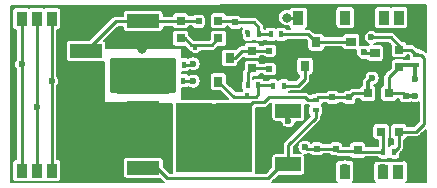
<source format=gbr>
G04 #@! TF.GenerationSoftware,KiCad,Pcbnew,(5.1.10)-1*
G04 #@! TF.CreationDate,2021-09-12T21:52:31-05:00*
G04 #@! TF.ProjectId,OGPsim,4f475073-696d-42e6-9b69-6361645f7063,rev?*
G04 #@! TF.SameCoordinates,Original*
G04 #@! TF.FileFunction,Copper,L1,Top*
G04 #@! TF.FilePolarity,Positive*
%FSLAX46Y46*%
G04 Gerber Fmt 4.6, Leading zero omitted, Abs format (unit mm)*
G04 Created by KiCad (PCBNEW (5.1.10)-1) date 2021-09-12 21:52:31*
%MOMM*%
%LPD*%
G01*
G04 APERTURE LIST*
G04 #@! TA.AperFunction,SMDPad,CuDef*
%ADD10R,0.500000X0.600000*%
G04 #@! TD*
G04 #@! TA.AperFunction,SMDPad,CuDef*
%ADD11R,0.600000X0.500000*%
G04 #@! TD*
G04 #@! TA.AperFunction,SMDPad,CuDef*
%ADD12R,0.750000X0.800000*%
G04 #@! TD*
G04 #@! TA.AperFunction,SMDPad,CuDef*
%ADD13R,0.800000X0.750000*%
G04 #@! TD*
G04 #@! TA.AperFunction,SMDPad,CuDef*
%ADD14R,0.800000X0.900000*%
G04 #@! TD*
G04 #@! TA.AperFunction,SMDPad,CuDef*
%ADD15R,0.900000X0.800000*%
G04 #@! TD*
G04 #@! TA.AperFunction,SMDPad,CuDef*
%ADD16R,0.600000X0.400000*%
G04 #@! TD*
G04 #@! TA.AperFunction,SMDPad,CuDef*
%ADD17R,0.400000X0.600000*%
G04 #@! TD*
G04 #@! TA.AperFunction,SMDPad,CuDef*
%ADD18R,2.790000X1.190000*%
G04 #@! TD*
G04 #@! TA.AperFunction,SMDPad,CuDef*
%ADD19R,0.970000X1.270000*%
G04 #@! TD*
G04 #@! TA.AperFunction,SMDPad,CuDef*
%ADD20R,3.050000X2.750000*%
G04 #@! TD*
G04 #@! TA.AperFunction,SMDPad,CuDef*
%ADD21R,6.400000X5.800000*%
G04 #@! TD*
G04 #@! TA.AperFunction,SMDPad,CuDef*
%ADD22R,2.200000X1.200000*%
G04 #@! TD*
G04 #@! TA.AperFunction,ViaPad*
%ADD23C,0.600000*%
G04 #@! TD*
G04 #@! TA.AperFunction,ViaPad*
%ADD24C,0.400000*%
G04 #@! TD*
G04 #@! TA.AperFunction,ViaPad*
%ADD25C,0.800000*%
G04 #@! TD*
G04 #@! TA.AperFunction,Conductor*
%ADD26C,0.250000*%
G04 #@! TD*
G04 #@! TA.AperFunction,Conductor*
%ADD27C,0.350000*%
G04 #@! TD*
G04 #@! TA.AperFunction,Conductor*
%ADD28C,0.175000*%
G04 #@! TD*
G04 #@! TA.AperFunction,Conductor*
%ADD29C,0.100000*%
G04 #@! TD*
G04 #@! TA.AperFunction,Conductor*
%ADD30C,0.254000*%
G04 #@! TD*
G04 APERTURE END LIST*
D10*
X150977600Y-89297600D03*
X150977600Y-88197600D03*
D11*
X154982000Y-90576400D03*
X153882000Y-90576400D03*
X153882000Y-92151200D03*
X154982000Y-92151200D03*
D12*
X163982400Y-95695200D03*
X163982400Y-94195200D03*
D10*
X165404800Y-94395200D03*
X165404800Y-95495200D03*
X147878800Y-88096000D03*
X147878800Y-89196000D03*
D12*
X161340800Y-97497200D03*
X161340800Y-98997200D03*
D10*
X159512000Y-98898800D03*
X159512000Y-97798800D03*
X157886400Y-98898800D03*
X157886400Y-97798800D03*
D12*
X162204400Y-94195200D03*
X162204400Y-95695200D03*
D10*
X160629600Y-95647600D03*
X160629600Y-94547600D03*
X159207200Y-94547600D03*
X159207200Y-95647600D03*
D12*
X152400000Y-92088400D03*
X152400000Y-90588400D03*
X149555200Y-89548400D03*
X149555200Y-88048400D03*
X164846000Y-91986800D03*
X164846000Y-90486800D03*
X146354800Y-89548400D03*
X146354800Y-88048400D03*
D13*
X163334000Y-97434400D03*
X164834000Y-97434400D03*
D14*
X149555200Y-93202000D03*
X148605200Y-91202000D03*
X150505200Y-91202000D03*
X157835600Y-89881200D03*
X158785600Y-91881200D03*
X156885600Y-91881200D03*
D15*
X160798000Y-89829600D03*
X160798000Y-91729600D03*
X162798000Y-90779600D03*
D16*
X166319200Y-90939200D03*
X166319200Y-91839200D03*
D17*
X152082080Y-89194640D03*
X152982080Y-89194640D03*
X152951600Y-93522800D03*
X152051600Y-93522800D03*
X154185200Y-93573600D03*
X155085200Y-93573600D03*
X145716840Y-91780360D03*
X146616840Y-91780360D03*
X164432400Y-99161600D03*
X163532400Y-99161600D03*
D16*
X157784800Y-95649200D03*
X157784800Y-94749200D03*
D17*
X154882000Y-89204800D03*
X153982000Y-89204800D03*
D18*
X143186800Y-88087200D03*
X138346800Y-90627200D03*
X143186800Y-93167200D03*
X143186800Y-100482400D03*
X138346800Y-97942400D03*
X143186800Y-95402400D03*
D17*
X146601600Y-93116400D03*
X145701600Y-93116400D03*
D19*
X135432800Y-87884000D03*
X134162800Y-87884000D03*
X132892800Y-87884000D03*
X132892800Y-100736400D03*
X134162800Y-100736400D03*
X135432800Y-100736400D03*
X161574400Y-87782400D03*
X160294400Y-87782400D03*
X160243600Y-100826601D03*
X161523600Y-100826601D03*
X164825600Y-87782400D03*
X163545600Y-87782400D03*
X163494800Y-100826601D03*
X164774800Y-100826601D03*
X156332000Y-87833200D03*
X157612000Y-87833200D03*
D20*
X150852320Y-96412320D03*
X147502320Y-99462320D03*
X150852320Y-99462320D03*
X147502320Y-96412320D03*
D21*
X149177320Y-97937320D03*
D22*
X155477320Y-95657320D03*
X155477320Y-100217320D03*
D23*
X161594800Y-88188800D03*
X161645600Y-100431600D03*
D24*
X148539200Y-91490800D03*
X148539200Y-90830400D03*
X148590000Y-89357200D03*
X148590000Y-88747600D03*
X150520400Y-89611200D03*
X151130000Y-89611200D03*
D25*
X153162000Y-96875600D03*
X153162000Y-98856800D03*
X143052800Y-90424000D03*
X143002000Y-97180400D03*
X147116800Y-94132400D03*
X137668000Y-100482400D03*
X137414000Y-87884000D03*
D23*
X166776400Y-87274400D03*
X166827200Y-101244400D03*
D24*
X165455600Y-98653600D03*
X165506400Y-89154000D03*
D23*
X162560000Y-91897200D03*
X162763200Y-95199200D03*
X157835600Y-93370400D03*
X158292800Y-97282000D03*
X160223200Y-96570800D03*
X158546800Y-101447600D03*
X136347200Y-94183200D03*
X136347200Y-92405200D03*
X148437600Y-92506800D03*
X149250400Y-94386400D03*
X151180800Y-92354400D03*
X153873200Y-87122000D03*
X154990800Y-91490800D03*
X160274000Y-100431600D03*
X160274000Y-88138000D03*
X166166800Y-92964000D03*
X166166800Y-94386400D03*
X156885640Y-98760280D03*
X155478480Y-96520000D03*
X163525200Y-100431600D03*
X163576000Y-88138000D03*
X162560000Y-92913200D03*
D24*
X147574000Y-90322400D03*
D23*
X162509200Y-89458800D03*
D25*
X155346400Y-87782400D03*
D24*
X151993600Y-89001600D03*
X151942800Y-94335600D03*
D23*
X147421600Y-93167200D03*
X135432800Y-93167200D03*
X161848800Y-90728800D03*
X134162800Y-95351600D03*
X147421600Y-91694000D03*
X132892800Y-91744800D03*
X164846000Y-100482400D03*
X164846000Y-88138000D03*
D26*
X150828400Y-88048400D02*
X150977600Y-88197600D01*
X149555200Y-88048400D02*
X150828400Y-88048400D01*
X152951600Y-89204800D02*
X153982000Y-89204800D01*
X150977600Y-88197600D02*
X152561200Y-88197600D01*
X152951600Y-88588000D02*
X152951600Y-89204800D01*
X152561200Y-88197600D02*
X152951600Y-88588000D01*
D27*
X138684000Y-101498400D02*
X137668000Y-100482400D01*
D26*
X165455600Y-98653600D02*
X165455600Y-99415600D01*
X165455600Y-98653600D02*
X165455600Y-99364800D01*
X165455600Y-99364800D02*
X165013801Y-99806599D01*
X165013801Y-99806599D02*
X162321401Y-99806599D01*
X150505200Y-91202000D02*
X150961600Y-91202000D01*
X151575200Y-90588400D02*
X152400000Y-90588400D01*
X150961600Y-91202000D02*
X151575200Y-90588400D01*
X153870000Y-90588400D02*
X153882000Y-90576400D01*
X152400000Y-90588400D02*
X153870000Y-90588400D01*
X153819200Y-92088400D02*
X153882000Y-92151200D01*
X152400000Y-92088400D02*
X153819200Y-92088400D01*
X152051600Y-92436800D02*
X152400000Y-92088400D01*
X152051600Y-93522800D02*
X152051600Y-92436800D01*
X165204800Y-94195200D02*
X165404800Y-94395200D01*
X163982400Y-94195200D02*
X165204800Y-94195200D01*
X163982400Y-92850400D02*
X164846000Y-91986800D01*
X163982400Y-94195200D02*
X163982400Y-92850400D01*
D27*
X166166800Y-91991600D02*
X166319200Y-91839200D01*
X166166800Y-92964000D02*
X166166800Y-91991600D01*
X165413600Y-94386400D02*
X165404800Y-94395200D01*
X166166800Y-94386400D02*
X165413600Y-94386400D01*
X164993600Y-91839200D02*
X164846000Y-91986800D01*
X166319200Y-91839200D02*
X164993600Y-91839200D01*
D26*
X140886800Y-88087200D02*
X138346800Y-90627200D01*
X143186800Y-88087200D02*
X140886800Y-88087200D01*
X146316000Y-88087200D02*
X146354800Y-88048400D01*
X143186800Y-88087200D02*
X146316000Y-88087200D01*
X147831200Y-88048400D02*
X147878800Y-88096000D01*
X146354800Y-88048400D02*
X147831200Y-88048400D01*
X157886400Y-98898800D02*
X159512000Y-98898800D01*
X159712000Y-99098800D02*
X159512000Y-98898800D01*
X161340800Y-99098800D02*
X159712000Y-99098800D01*
X161403600Y-99161600D02*
X161340800Y-99098800D01*
X163532400Y-99161600D02*
X161403600Y-99161600D01*
X163532400Y-97632800D02*
X163334000Y-97434400D01*
X163532400Y-99161600D02*
X163532400Y-97632800D01*
X157024160Y-98898800D02*
X156885640Y-98760280D01*
X157886400Y-98898800D02*
X157024160Y-98898800D01*
X155478480Y-95658480D02*
X155477320Y-95657320D01*
X155478480Y-96520000D02*
X155478480Y-95658480D01*
X157986400Y-94547600D02*
X157784800Y-94749200D01*
X159207200Y-94547600D02*
X157986400Y-94547600D01*
X160629600Y-94547600D02*
X159207200Y-94547600D01*
X160982000Y-94195200D02*
X160629600Y-94547600D01*
X162204400Y-94195200D02*
X160982000Y-94195200D01*
D27*
X162204400Y-93268800D02*
X162560000Y-92913200D01*
X162204400Y-94195200D02*
X162204400Y-93268800D01*
D26*
X146354800Y-89548400D02*
X146698400Y-89548400D01*
X146698400Y-89548400D02*
X147269200Y-90119200D01*
X148984400Y-90119200D02*
X149555200Y-89548400D01*
X164834000Y-98760000D02*
X164432400Y-99161600D01*
X164834000Y-97434400D02*
X164834000Y-98760000D01*
X165866800Y-90486800D02*
X166319200Y-90939200D01*
X164846000Y-90486800D02*
X165866800Y-90486800D01*
X147574000Y-90119200D02*
X147574000Y-90373200D01*
X147269200Y-90119200D02*
X147574000Y-90119200D01*
X147574000Y-90119200D02*
X148984400Y-90119200D01*
X166319200Y-90939200D02*
X166682000Y-90939200D01*
X166682000Y-90939200D02*
X166979600Y-91236800D01*
X166979600Y-91236800D02*
X166979600Y-96774000D01*
X166319200Y-97434400D02*
X164834000Y-97434400D01*
X166979600Y-96774000D02*
X166319200Y-97434400D01*
X164846000Y-90170000D02*
X164134800Y-89458800D01*
X164846000Y-90486800D02*
X164846000Y-90170000D01*
X164134800Y-89458800D02*
X162509200Y-89458800D01*
X155397200Y-87833200D02*
X155346400Y-87782400D01*
X156332000Y-87833200D02*
X155397200Y-87833200D01*
X156885600Y-91881200D02*
X156885600Y-92999600D01*
X156311600Y-93573600D02*
X155085200Y-93573600D01*
X156885600Y-92999600D02*
X156311600Y-93573600D01*
X145650800Y-93167200D02*
X145701600Y-93116400D01*
X143186800Y-93167200D02*
X145650800Y-93167200D01*
X145701600Y-91795600D02*
X145701600Y-93116400D01*
X146432398Y-100482400D02*
X149042999Y-97871799D01*
X157121440Y-94749200D02*
X157784800Y-94749200D01*
X156905960Y-94533720D02*
X157121440Y-94749200D01*
X153807160Y-94533720D02*
X156905960Y-94533720D01*
X153395680Y-94945200D02*
X153807160Y-94533720D01*
X152481280Y-94945200D02*
X153395680Y-94945200D01*
X149489160Y-97937320D02*
X152481280Y-94945200D01*
X149177320Y-97937320D02*
X149489160Y-97937320D01*
X157784800Y-96266000D02*
X157784800Y-95649200D01*
X155477320Y-98573480D02*
X157784800Y-96266000D01*
X155477320Y-100217320D02*
X155477320Y-98573480D01*
X143186800Y-100482400D02*
X143997680Y-100482400D01*
X144317720Y-100482400D02*
X143186800Y-100482400D01*
X145232120Y-101396800D02*
X144317720Y-100482400D01*
X153756360Y-101396800D02*
X145232120Y-101396800D01*
X154935840Y-100217320D02*
X153756360Y-101396800D01*
X155477320Y-100217320D02*
X154935840Y-100217320D01*
X154134400Y-93522800D02*
X154185200Y-93573600D01*
X152951600Y-93522800D02*
X154134400Y-93522800D01*
X150841200Y-94488000D02*
X149555200Y-93202000D01*
X151942800Y-94488000D02*
X151942800Y-94335600D01*
X151942800Y-94488000D02*
X150841200Y-94488000D01*
X152704800Y-94488000D02*
X151942800Y-94488000D01*
X152951600Y-94241200D02*
X152704800Y-94488000D01*
X152951600Y-93522800D02*
X152951600Y-94241200D01*
X157887200Y-89829600D02*
X157835600Y-89881200D01*
X160798000Y-89829600D02*
X157887200Y-89829600D01*
X157159200Y-89204800D02*
X157835600Y-89881200D01*
X154882000Y-89204800D02*
X157159200Y-89204800D01*
X146601600Y-93116400D02*
X147421600Y-93116400D01*
X135432800Y-93167200D02*
X135432800Y-100736400D01*
X135432800Y-87884000D02*
X135432800Y-93167200D01*
X161899600Y-90779600D02*
X161848800Y-90728800D01*
X162798000Y-90779600D02*
X161899600Y-90779600D01*
X134162800Y-100736400D02*
X134162800Y-95351600D01*
X134162800Y-95351600D02*
X134162800Y-87884000D01*
X132892800Y-87884000D02*
X132892800Y-100736400D01*
X147370800Y-91795600D02*
X147421600Y-91744800D01*
X146601600Y-91795600D02*
X147370800Y-91795600D01*
D28*
X167125100Y-90728227D02*
X167025103Y-90628230D01*
X167010619Y-90610581D01*
X166940194Y-90552785D01*
X166873610Y-90517195D01*
X166859003Y-90499397D01*
X166807612Y-90457221D01*
X166748981Y-90425882D01*
X166685362Y-90406583D01*
X166619200Y-90400067D01*
X166434141Y-90400067D01*
X166209903Y-90175830D01*
X166195419Y-90158181D01*
X166124994Y-90100385D01*
X166044647Y-90057439D01*
X165957466Y-90030993D01*
X165889512Y-90024300D01*
X165866800Y-90022063D01*
X165844088Y-90024300D01*
X165553978Y-90024300D01*
X165553617Y-90020638D01*
X165534318Y-89957019D01*
X165502979Y-89898388D01*
X165460803Y-89846997D01*
X165409412Y-89804821D01*
X165350781Y-89773482D01*
X165287162Y-89754183D01*
X165221000Y-89747667D01*
X165077740Y-89747667D01*
X164477903Y-89147830D01*
X164463419Y-89130181D01*
X164392994Y-89072385D01*
X164312647Y-89029439D01*
X164225466Y-89002993D01*
X164157512Y-88996300D01*
X164134800Y-88994063D01*
X164112088Y-88996300D01*
X162948262Y-88996300D01*
X162915583Y-88963621D01*
X162811170Y-88893854D01*
X162695152Y-88845798D01*
X162571988Y-88821300D01*
X162446412Y-88821300D01*
X162323248Y-88845798D01*
X162207230Y-88893854D01*
X162102817Y-88963621D01*
X162014021Y-89052417D01*
X161944254Y-89156830D01*
X161896198Y-89272848D01*
X161871700Y-89396012D01*
X161871700Y-89521588D01*
X161896198Y-89644752D01*
X161944254Y-89760770D01*
X162014021Y-89865183D01*
X162102817Y-89953979D01*
X162207230Y-90023746D01*
X162271154Y-90050224D01*
X162218219Y-90066282D01*
X162159588Y-90097621D01*
X162108197Y-90139797D01*
X162104263Y-90144590D01*
X162034752Y-90115798D01*
X161911588Y-90091300D01*
X161786012Y-90091300D01*
X161662848Y-90115798D01*
X161587133Y-90147160D01*
X161587133Y-89429600D01*
X161580617Y-89363438D01*
X161561318Y-89299819D01*
X161529979Y-89241188D01*
X161487803Y-89189797D01*
X161436412Y-89147621D01*
X161377781Y-89116282D01*
X161314162Y-89096983D01*
X161248000Y-89090467D01*
X160348000Y-89090467D01*
X160281838Y-89096983D01*
X160218219Y-89116282D01*
X160159588Y-89147621D01*
X160108197Y-89189797D01*
X160066021Y-89241188D01*
X160034682Y-89299819D01*
X160015383Y-89363438D01*
X160015022Y-89367100D01*
X158568420Y-89367100D01*
X158568217Y-89365038D01*
X158548918Y-89301419D01*
X158517579Y-89242788D01*
X158475403Y-89191397D01*
X158424012Y-89149221D01*
X158365381Y-89117882D01*
X158301762Y-89098583D01*
X158235600Y-89092067D01*
X157700540Y-89092067D01*
X157502303Y-88893830D01*
X157487819Y-88876181D01*
X157417394Y-88818385D01*
X157337047Y-88775439D01*
X157249866Y-88748993D01*
X157181912Y-88742300D01*
X157159200Y-88740063D01*
X157136488Y-88742300D01*
X157015012Y-88742300D01*
X157056803Y-88708003D01*
X157098979Y-88656612D01*
X157130318Y-88597981D01*
X157149617Y-88534362D01*
X157156133Y-88468200D01*
X157156133Y-87198200D01*
X157151130Y-87147400D01*
X159470267Y-87147400D01*
X159470267Y-88417400D01*
X159476783Y-88483562D01*
X159496082Y-88547181D01*
X159527421Y-88605812D01*
X159569597Y-88657203D01*
X159620988Y-88699379D01*
X159679619Y-88730718D01*
X159743238Y-88750017D01*
X159809400Y-88756533D01*
X160115855Y-88756533D01*
X160211212Y-88775500D01*
X160336788Y-88775500D01*
X160432145Y-88756533D01*
X160779400Y-88756533D01*
X160845562Y-88750017D01*
X160909181Y-88730718D01*
X160967812Y-88699379D01*
X161019203Y-88657203D01*
X161061379Y-88605812D01*
X161092718Y-88547181D01*
X161112017Y-88483562D01*
X161118533Y-88417400D01*
X161118533Y-87147400D01*
X162721467Y-87147400D01*
X162721467Y-88417400D01*
X162727983Y-88483562D01*
X162747282Y-88547181D01*
X162778621Y-88605812D01*
X162820797Y-88657203D01*
X162872188Y-88699379D01*
X162930819Y-88730718D01*
X162994438Y-88750017D01*
X163060600Y-88756533D01*
X163417855Y-88756533D01*
X163513212Y-88775500D01*
X163638788Y-88775500D01*
X163734145Y-88756533D01*
X164030600Y-88756533D01*
X164096762Y-88750017D01*
X164160381Y-88730718D01*
X164185600Y-88717238D01*
X164210819Y-88730718D01*
X164274438Y-88750017D01*
X164340600Y-88756533D01*
X164687855Y-88756533D01*
X164783212Y-88775500D01*
X164908788Y-88775500D01*
X165004145Y-88756533D01*
X165310600Y-88756533D01*
X165376762Y-88750017D01*
X165440381Y-88730718D01*
X165499012Y-88699379D01*
X165550403Y-88657203D01*
X165592579Y-88605812D01*
X165623918Y-88547181D01*
X165643217Y-88483562D01*
X165649733Y-88417400D01*
X165649733Y-87147400D01*
X165643217Y-87081238D01*
X165623918Y-87017619D01*
X165592579Y-86958988D01*
X165550403Y-86907597D01*
X165499012Y-86865421D01*
X165440381Y-86834082D01*
X165376762Y-86814783D01*
X165310600Y-86808267D01*
X164340600Y-86808267D01*
X164274438Y-86814783D01*
X164210819Y-86834082D01*
X164185600Y-86847562D01*
X164160381Y-86834082D01*
X164096762Y-86814783D01*
X164030600Y-86808267D01*
X163060600Y-86808267D01*
X162994438Y-86814783D01*
X162930819Y-86834082D01*
X162872188Y-86865421D01*
X162820797Y-86907597D01*
X162778621Y-86958988D01*
X162747282Y-87017619D01*
X162727983Y-87081238D01*
X162721467Y-87147400D01*
X161118533Y-87147400D01*
X161112017Y-87081238D01*
X161092718Y-87017619D01*
X161061379Y-86958988D01*
X161019203Y-86907597D01*
X160967812Y-86865421D01*
X160909181Y-86834082D01*
X160845562Y-86814783D01*
X160779400Y-86808267D01*
X159809400Y-86808267D01*
X159743238Y-86814783D01*
X159679619Y-86834082D01*
X159620988Y-86865421D01*
X159569597Y-86907597D01*
X159527421Y-86958988D01*
X159496082Y-87017619D01*
X159476783Y-87081238D01*
X159470267Y-87147400D01*
X157151130Y-87147400D01*
X157149617Y-87132038D01*
X157130318Y-87068419D01*
X157098979Y-87009788D01*
X157056803Y-86958397D01*
X157005412Y-86916221D01*
X156946781Y-86884882D01*
X156883162Y-86865583D01*
X156817000Y-86859067D01*
X155847000Y-86859067D01*
X155780838Y-86865583D01*
X155717219Y-86884882D01*
X155658588Y-86916221D01*
X155607197Y-86958397D01*
X155565021Y-87009788D01*
X155534027Y-87067773D01*
X155419037Y-87044900D01*
X155273763Y-87044900D01*
X155131279Y-87073242D01*
X154997063Y-87128836D01*
X154876271Y-87209547D01*
X154773547Y-87312271D01*
X154692836Y-87433063D01*
X154637242Y-87567279D01*
X154608900Y-87709763D01*
X154608900Y-87855037D01*
X154637242Y-87997521D01*
X154692836Y-88131737D01*
X154773547Y-88252529D01*
X154876271Y-88355253D01*
X154997063Y-88435964D01*
X155131279Y-88491558D01*
X155273763Y-88519900D01*
X155419037Y-88519900D01*
X155511154Y-88501577D01*
X155514383Y-88534362D01*
X155533682Y-88597981D01*
X155565021Y-88656612D01*
X155607197Y-88708003D01*
X155648988Y-88742300D01*
X155377829Y-88742300D01*
X155363979Y-88716388D01*
X155321803Y-88664997D01*
X155270412Y-88622821D01*
X155211781Y-88591482D01*
X155148162Y-88572183D01*
X155082000Y-88565667D01*
X154682000Y-88565667D01*
X154615838Y-88572183D01*
X154552219Y-88591482D01*
X154493588Y-88622821D01*
X154442197Y-88664997D01*
X154432000Y-88677422D01*
X154421803Y-88664997D01*
X154370412Y-88622821D01*
X154311781Y-88591482D01*
X154248162Y-88572183D01*
X154182000Y-88565667D01*
X153782000Y-88565667D01*
X153715838Y-88572183D01*
X153652219Y-88591482D01*
X153593588Y-88622821D01*
X153542197Y-88664997D01*
X153500021Y-88716388D01*
X153486171Y-88742300D01*
X153483340Y-88742300D01*
X153464059Y-88706228D01*
X153421883Y-88654837D01*
X153414100Y-88648450D01*
X153414100Y-88610712D01*
X153416337Y-88588000D01*
X153407407Y-88497334D01*
X153405655Y-88491558D01*
X153380961Y-88410153D01*
X153338015Y-88329806D01*
X153280219Y-88259381D01*
X153262576Y-88244902D01*
X152904303Y-87886630D01*
X152889819Y-87868981D01*
X152819394Y-87811185D01*
X152739047Y-87768239D01*
X152651866Y-87741793D01*
X152583912Y-87735100D01*
X152561200Y-87732863D01*
X152538488Y-87735100D01*
X151523429Y-87735100D01*
X151509579Y-87709188D01*
X151467403Y-87657797D01*
X151416012Y-87615621D01*
X151357381Y-87584282D01*
X151293762Y-87564983D01*
X151227600Y-87558467D01*
X150727600Y-87558467D01*
X150661438Y-87564983D01*
X150597819Y-87584282D01*
X150594792Y-87585900D01*
X150263178Y-87585900D01*
X150262817Y-87582238D01*
X150243518Y-87518619D01*
X150212179Y-87459988D01*
X150170003Y-87408597D01*
X150118612Y-87366421D01*
X150059981Y-87335082D01*
X149996362Y-87315783D01*
X149930200Y-87309267D01*
X149180200Y-87309267D01*
X149114038Y-87315783D01*
X149050419Y-87335082D01*
X148991788Y-87366421D01*
X148940397Y-87408597D01*
X148898221Y-87459988D01*
X148866882Y-87518619D01*
X148847583Y-87582238D01*
X148841067Y-87648400D01*
X148841067Y-88448400D01*
X148847583Y-88514562D01*
X148866882Y-88578181D01*
X148898221Y-88636812D01*
X148940397Y-88688203D01*
X148991788Y-88730379D01*
X149050419Y-88761718D01*
X149114038Y-88781017D01*
X149180200Y-88787533D01*
X149930200Y-88787533D01*
X149996362Y-88781017D01*
X150059981Y-88761718D01*
X150118612Y-88730379D01*
X150170003Y-88688203D01*
X150212179Y-88636812D01*
X150243518Y-88578181D01*
X150262817Y-88514562D01*
X150263178Y-88510900D01*
X150389777Y-88510900D01*
X150394983Y-88563762D01*
X150414282Y-88627381D01*
X150445621Y-88686012D01*
X150487797Y-88737403D01*
X150539188Y-88779579D01*
X150597819Y-88810918D01*
X150661438Y-88830217D01*
X150727600Y-88836733D01*
X151227600Y-88836733D01*
X151293762Y-88830217D01*
X151357381Y-88810918D01*
X151416012Y-88779579D01*
X151467403Y-88737403D01*
X151509579Y-88686012D01*
X151523429Y-88660100D01*
X151575337Y-88660100D01*
X151517273Y-88746998D01*
X151476756Y-88844817D01*
X151456100Y-88948661D01*
X151456100Y-89054539D01*
X151476756Y-89158383D01*
X151517273Y-89256202D01*
X151542947Y-89294625D01*
X151542947Y-89494640D01*
X151549463Y-89560802D01*
X151568762Y-89624421D01*
X151600101Y-89683052D01*
X151642277Y-89734443D01*
X151693668Y-89776619D01*
X151752299Y-89807958D01*
X151815918Y-89827257D01*
X151882080Y-89833773D01*
X152282080Y-89833773D01*
X152348242Y-89827257D01*
X152411861Y-89807958D01*
X152470492Y-89776619D01*
X152521883Y-89734443D01*
X152532080Y-89722018D01*
X152542277Y-89734443D01*
X152593668Y-89776619D01*
X152652299Y-89807958D01*
X152715918Y-89827257D01*
X152782080Y-89833773D01*
X153182080Y-89833773D01*
X153248242Y-89827257D01*
X153311861Y-89807958D01*
X153370492Y-89776619D01*
X153421883Y-89734443D01*
X153464059Y-89683052D01*
X153472479Y-89667300D01*
X153486171Y-89667300D01*
X153500021Y-89693212D01*
X153542197Y-89744603D01*
X153593588Y-89786779D01*
X153652219Y-89818118D01*
X153715838Y-89837417D01*
X153782000Y-89843933D01*
X154182000Y-89843933D01*
X154248162Y-89837417D01*
X154311781Y-89818118D01*
X154370412Y-89786779D01*
X154421803Y-89744603D01*
X154432000Y-89732178D01*
X154442197Y-89744603D01*
X154493588Y-89786779D01*
X154552219Y-89818118D01*
X154615838Y-89837417D01*
X154682000Y-89843933D01*
X155082000Y-89843933D01*
X155148162Y-89837417D01*
X155211781Y-89818118D01*
X155270412Y-89786779D01*
X155321803Y-89744603D01*
X155363979Y-89693212D01*
X155377829Y-89667300D01*
X156967627Y-89667300D01*
X157096467Y-89796140D01*
X157096467Y-90331200D01*
X157102983Y-90397362D01*
X157122282Y-90460981D01*
X157153621Y-90519612D01*
X157195797Y-90571003D01*
X157247188Y-90613179D01*
X157305819Y-90644518D01*
X157369438Y-90663817D01*
X157435600Y-90670333D01*
X158235600Y-90670333D01*
X158301762Y-90663817D01*
X158365381Y-90644518D01*
X158424012Y-90613179D01*
X158475403Y-90571003D01*
X158517579Y-90519612D01*
X158548918Y-90460981D01*
X158568217Y-90397362D01*
X158574733Y-90331200D01*
X158574733Y-90292100D01*
X160015022Y-90292100D01*
X160015383Y-90295762D01*
X160034682Y-90359381D01*
X160066021Y-90418012D01*
X160108197Y-90469403D01*
X160159588Y-90511579D01*
X160218219Y-90542918D01*
X160281838Y-90562217D01*
X160348000Y-90568733D01*
X161230649Y-90568733D01*
X161211300Y-90666012D01*
X161211300Y-90791588D01*
X161235798Y-90914752D01*
X161283854Y-91030770D01*
X161353621Y-91135183D01*
X161442417Y-91223979D01*
X161546830Y-91293746D01*
X161662848Y-91341802D01*
X161786012Y-91366300D01*
X161911588Y-91366300D01*
X162034752Y-91341802D01*
X162048883Y-91335949D01*
X162066021Y-91368012D01*
X162108197Y-91419403D01*
X162159588Y-91461579D01*
X162218219Y-91492918D01*
X162281838Y-91512217D01*
X162348000Y-91518733D01*
X163248000Y-91518733D01*
X163314162Y-91512217D01*
X163377781Y-91492918D01*
X163436412Y-91461579D01*
X163487803Y-91419403D01*
X163529979Y-91368012D01*
X163561318Y-91309381D01*
X163580617Y-91245762D01*
X163587133Y-91179600D01*
X163587133Y-90379600D01*
X163580617Y-90313438D01*
X163561318Y-90249819D01*
X163529979Y-90191188D01*
X163487803Y-90139797D01*
X163436412Y-90097621D01*
X163377781Y-90066282D01*
X163314162Y-90046983D01*
X163248000Y-90040467D01*
X162770802Y-90040467D01*
X162811170Y-90023746D01*
X162915583Y-89953979D01*
X162948262Y-89921300D01*
X163943227Y-89921300D01*
X164131867Y-90109940D01*
X164131867Y-90886800D01*
X164138383Y-90952962D01*
X164157682Y-91016581D01*
X164189021Y-91075212D01*
X164231197Y-91126603D01*
X164282588Y-91168779D01*
X164341219Y-91200118D01*
X164404838Y-91219417D01*
X164471000Y-91225933D01*
X165221000Y-91225933D01*
X165287162Y-91219417D01*
X165350781Y-91200118D01*
X165409412Y-91168779D01*
X165460803Y-91126603D01*
X165502979Y-91075212D01*
X165534318Y-91016581D01*
X165553617Y-90952962D01*
X165553978Y-90949300D01*
X165675227Y-90949300D01*
X165680067Y-90954140D01*
X165680067Y-91139200D01*
X165686583Y-91205362D01*
X165705882Y-91268981D01*
X165736734Y-91326700D01*
X165436071Y-91326700D01*
X165409412Y-91304821D01*
X165350781Y-91273482D01*
X165287162Y-91254183D01*
X165221000Y-91247667D01*
X164471000Y-91247667D01*
X164404838Y-91254183D01*
X164341219Y-91273482D01*
X164282588Y-91304821D01*
X164231197Y-91346997D01*
X164189021Y-91398388D01*
X164157682Y-91457019D01*
X164138383Y-91520638D01*
X164131867Y-91586800D01*
X164131867Y-92046860D01*
X163671426Y-92507301D01*
X163653782Y-92521781D01*
X163595986Y-92592206D01*
X163555057Y-92668779D01*
X163553040Y-92672553D01*
X163526593Y-92759735D01*
X163517663Y-92850400D01*
X163519901Y-92873122D01*
X163519901Y-93469056D01*
X163477619Y-93481882D01*
X163418988Y-93513221D01*
X163367597Y-93555397D01*
X163325421Y-93606788D01*
X163294082Y-93665419D01*
X163274783Y-93729038D01*
X163268267Y-93795200D01*
X163268267Y-94595200D01*
X163274783Y-94661362D01*
X163294082Y-94724981D01*
X163325421Y-94783612D01*
X163367597Y-94835003D01*
X163418988Y-94877179D01*
X163477619Y-94908518D01*
X163541238Y-94927817D01*
X163607400Y-94934333D01*
X164357400Y-94934333D01*
X164423562Y-94927817D01*
X164487181Y-94908518D01*
X164545812Y-94877179D01*
X164597203Y-94835003D01*
X164639379Y-94783612D01*
X164670718Y-94724981D01*
X164690017Y-94661362D01*
X164690378Y-94657700D01*
X164815667Y-94657700D01*
X164815667Y-94695200D01*
X164822183Y-94761362D01*
X164841482Y-94824981D01*
X164872821Y-94883612D01*
X164914997Y-94935003D01*
X164966388Y-94977179D01*
X165025019Y-95008518D01*
X165088638Y-95027817D01*
X165154800Y-95034333D01*
X165654800Y-95034333D01*
X165720962Y-95027817D01*
X165784581Y-95008518D01*
X165843212Y-94977179D01*
X165871382Y-94954060D01*
X165980848Y-94999402D01*
X166104012Y-95023900D01*
X166229588Y-95023900D01*
X166352752Y-94999402D01*
X166468770Y-94951346D01*
X166517101Y-94919052D01*
X166517101Y-96582426D01*
X166127627Y-96971900D01*
X165560144Y-96971900D01*
X165547318Y-96929619D01*
X165515979Y-96870988D01*
X165473803Y-96819597D01*
X165422412Y-96777421D01*
X165363781Y-96746082D01*
X165300162Y-96726783D01*
X165234000Y-96720267D01*
X164434000Y-96720267D01*
X164367838Y-96726783D01*
X164304219Y-96746082D01*
X164245588Y-96777421D01*
X164194197Y-96819597D01*
X164152021Y-96870988D01*
X164120682Y-96929619D01*
X164101383Y-96993238D01*
X164094867Y-97059400D01*
X164094867Y-97809400D01*
X164101383Y-97875562D01*
X164120682Y-97939181D01*
X164152021Y-97997812D01*
X164194197Y-98049203D01*
X164245588Y-98091379D01*
X164304219Y-98122718D01*
X164367838Y-98142017D01*
X164371501Y-98142378D01*
X164371501Y-98522467D01*
X164232400Y-98522467D01*
X164166238Y-98528983D01*
X164102619Y-98548282D01*
X164043988Y-98579621D01*
X163994900Y-98619907D01*
X163994900Y-98023497D01*
X164015979Y-97997812D01*
X164047318Y-97939181D01*
X164066617Y-97875562D01*
X164073133Y-97809400D01*
X164073133Y-97059400D01*
X164066617Y-96993238D01*
X164047318Y-96929619D01*
X164015979Y-96870988D01*
X163973803Y-96819597D01*
X163922412Y-96777421D01*
X163863781Y-96746082D01*
X163800162Y-96726783D01*
X163734000Y-96720267D01*
X162934000Y-96720267D01*
X162867838Y-96726783D01*
X162804219Y-96746082D01*
X162745588Y-96777421D01*
X162694197Y-96819597D01*
X162652021Y-96870988D01*
X162620682Y-96929619D01*
X162601383Y-96993238D01*
X162594867Y-97059400D01*
X162594867Y-97809400D01*
X162601383Y-97875562D01*
X162620682Y-97939181D01*
X162652021Y-97997812D01*
X162694197Y-98049203D01*
X162745588Y-98091379D01*
X162804219Y-98122718D01*
X162867838Y-98142017D01*
X162934000Y-98148533D01*
X163069901Y-98148533D01*
X163069900Y-98649453D01*
X163050421Y-98673188D01*
X163036571Y-98699100D01*
X162054933Y-98699100D01*
X162054933Y-98597200D01*
X162048417Y-98531038D01*
X162029118Y-98467419D01*
X161997779Y-98408788D01*
X161955603Y-98357397D01*
X161904212Y-98315221D01*
X161845581Y-98283882D01*
X161781962Y-98264583D01*
X161715800Y-98258067D01*
X160965800Y-98258067D01*
X160899638Y-98264583D01*
X160836019Y-98283882D01*
X160777388Y-98315221D01*
X160725997Y-98357397D01*
X160683821Y-98408788D01*
X160652482Y-98467419D01*
X160633183Y-98531038D01*
X160626667Y-98597200D01*
X160626667Y-98636300D01*
X160101133Y-98636300D01*
X160101133Y-98598800D01*
X160094617Y-98532638D01*
X160075318Y-98469019D01*
X160043979Y-98410388D01*
X160001803Y-98358997D01*
X159950412Y-98316821D01*
X159891781Y-98285482D01*
X159828162Y-98266183D01*
X159762000Y-98259667D01*
X159262000Y-98259667D01*
X159195838Y-98266183D01*
X159132219Y-98285482D01*
X159073588Y-98316821D01*
X159022197Y-98358997D01*
X158980021Y-98410388D01*
X158966171Y-98436300D01*
X158432229Y-98436300D01*
X158418379Y-98410388D01*
X158376203Y-98358997D01*
X158324812Y-98316821D01*
X158266181Y-98285482D01*
X158202562Y-98266183D01*
X158136400Y-98259667D01*
X157636400Y-98259667D01*
X157570238Y-98266183D01*
X157506619Y-98285482D01*
X157447988Y-98316821D01*
X157396597Y-98358997D01*
X157389778Y-98367305D01*
X157380819Y-98353897D01*
X157292023Y-98265101D01*
X157187610Y-98195334D01*
X157071592Y-98147278D01*
X156948428Y-98122780D01*
X156822852Y-98122780D01*
X156699688Y-98147278D01*
X156583670Y-98195334D01*
X156479257Y-98265101D01*
X156390461Y-98353897D01*
X156320694Y-98458310D01*
X156272638Y-98574328D01*
X156248140Y-98697492D01*
X156248140Y-98823068D01*
X156272638Y-98946232D01*
X156320694Y-99062250D01*
X156390461Y-99166663D01*
X156479257Y-99255459D01*
X156513272Y-99278187D01*
X155939820Y-99278187D01*
X155939820Y-98765053D01*
X158095776Y-96609098D01*
X158113419Y-96594619D01*
X158171215Y-96524194D01*
X158214161Y-96443847D01*
X158240607Y-96356666D01*
X158247300Y-96288712D01*
X158247300Y-96288711D01*
X158249537Y-96266000D01*
X158247300Y-96243288D01*
X158247300Y-96145029D01*
X158273212Y-96131179D01*
X158324603Y-96089003D01*
X158366779Y-96037612D01*
X158398118Y-95978981D01*
X158417417Y-95915362D01*
X158423933Y-95849200D01*
X158423933Y-95449200D01*
X158417417Y-95383038D01*
X158398118Y-95319419D01*
X158366779Y-95260788D01*
X158324603Y-95209397D01*
X158312178Y-95199200D01*
X158324603Y-95189003D01*
X158366779Y-95137612D01*
X158398118Y-95078981D01*
X158417417Y-95015362D01*
X158417935Y-95010100D01*
X158661371Y-95010100D01*
X158675221Y-95036012D01*
X158717397Y-95087403D01*
X158768788Y-95129579D01*
X158827419Y-95160918D01*
X158891038Y-95180217D01*
X158957200Y-95186733D01*
X159457200Y-95186733D01*
X159523362Y-95180217D01*
X159586981Y-95160918D01*
X159645612Y-95129579D01*
X159697003Y-95087403D01*
X159739179Y-95036012D01*
X159753029Y-95010100D01*
X160083771Y-95010100D01*
X160097621Y-95036012D01*
X160139797Y-95087403D01*
X160191188Y-95129579D01*
X160249819Y-95160918D01*
X160313438Y-95180217D01*
X160379600Y-95186733D01*
X160879600Y-95186733D01*
X160945762Y-95180217D01*
X161009381Y-95160918D01*
X161068012Y-95129579D01*
X161119403Y-95087403D01*
X161161579Y-95036012D01*
X161192918Y-94977381D01*
X161212217Y-94913762D01*
X161218733Y-94847600D01*
X161218733Y-94657700D01*
X161496422Y-94657700D01*
X161496783Y-94661362D01*
X161516082Y-94724981D01*
X161547421Y-94783612D01*
X161589597Y-94835003D01*
X161640988Y-94877179D01*
X161699619Y-94908518D01*
X161763238Y-94927817D01*
X161829400Y-94934333D01*
X162579400Y-94934333D01*
X162645562Y-94927817D01*
X162709181Y-94908518D01*
X162767812Y-94877179D01*
X162819203Y-94835003D01*
X162861379Y-94783612D01*
X162892718Y-94724981D01*
X162912017Y-94661362D01*
X162918533Y-94595200D01*
X162918533Y-93795200D01*
X162912017Y-93729038D01*
X162892718Y-93665419D01*
X162861379Y-93606788D01*
X162819203Y-93555397D01*
X162770991Y-93515830D01*
X162861970Y-93478146D01*
X162966383Y-93408379D01*
X163055179Y-93319583D01*
X163124946Y-93215170D01*
X163173002Y-93099152D01*
X163197500Y-92975988D01*
X163197500Y-92850412D01*
X163173002Y-92727248D01*
X163124946Y-92611230D01*
X163055179Y-92506817D01*
X162966383Y-92418021D01*
X162861970Y-92348254D01*
X162745952Y-92300198D01*
X162622788Y-92275700D01*
X162497212Y-92275700D01*
X162374048Y-92300198D01*
X162258030Y-92348254D01*
X162153617Y-92418021D01*
X162064821Y-92506817D01*
X161995054Y-92611230D01*
X161946998Y-92727248D01*
X161928582Y-92819834D01*
X161859802Y-92888614D01*
X161840256Y-92904655D01*
X161824215Y-92924201D01*
X161824210Y-92924206D01*
X161776211Y-92982693D01*
X161728622Y-93071726D01*
X161699317Y-93168333D01*
X161689422Y-93268800D01*
X161691901Y-93293970D01*
X161691901Y-93486007D01*
X161640988Y-93513221D01*
X161589597Y-93555397D01*
X161547421Y-93606788D01*
X161516082Y-93665419D01*
X161496783Y-93729038D01*
X161496422Y-93732700D01*
X161004712Y-93732700D01*
X160982000Y-93730463D01*
X160959288Y-93732700D01*
X160891334Y-93739393D01*
X160804153Y-93765839D01*
X160723806Y-93808785D01*
X160653381Y-93866581D01*
X160638897Y-93884230D01*
X160614660Y-93908467D01*
X160379600Y-93908467D01*
X160313438Y-93914983D01*
X160249819Y-93934282D01*
X160191188Y-93965621D01*
X160139797Y-94007797D01*
X160097621Y-94059188D01*
X160083771Y-94085100D01*
X159753029Y-94085100D01*
X159739179Y-94059188D01*
X159697003Y-94007797D01*
X159645612Y-93965621D01*
X159586981Y-93934282D01*
X159523362Y-93914983D01*
X159457200Y-93908467D01*
X158957200Y-93908467D01*
X158891038Y-93914983D01*
X158827419Y-93934282D01*
X158768788Y-93965621D01*
X158717397Y-94007797D01*
X158675221Y-94059188D01*
X158661371Y-94085100D01*
X158009111Y-94085100D01*
X157986399Y-94082863D01*
X157895733Y-94091793D01*
X157869287Y-94099816D01*
X157808553Y-94118239D01*
X157728206Y-94161185D01*
X157668643Y-94210067D01*
X157484800Y-94210067D01*
X157418638Y-94216583D01*
X157355019Y-94235882D01*
X157296388Y-94267221D01*
X157294820Y-94268508D01*
X157249064Y-94222751D01*
X157234579Y-94205101D01*
X157164154Y-94147305D01*
X157083807Y-94104359D01*
X156996626Y-94077913D01*
X156928672Y-94071220D01*
X156905960Y-94068983D01*
X156883248Y-94071220D01*
X155559622Y-94071220D01*
X155567179Y-94062012D01*
X155581029Y-94036100D01*
X156288888Y-94036100D01*
X156311600Y-94038337D01*
X156334312Y-94036100D01*
X156402266Y-94029407D01*
X156489447Y-94002961D01*
X156569794Y-93960015D01*
X156640219Y-93902219D01*
X156654703Y-93884570D01*
X157196570Y-93342703D01*
X157214219Y-93328219D01*
X157272015Y-93257794D01*
X157314961Y-93177447D01*
X157341407Y-93090266D01*
X157348100Y-93022312D01*
X157350337Y-92999600D01*
X157348100Y-92976888D01*
X157348100Y-92664178D01*
X157351762Y-92663817D01*
X157415381Y-92644518D01*
X157474012Y-92613179D01*
X157525403Y-92571003D01*
X157567579Y-92519612D01*
X157598918Y-92460981D01*
X157618217Y-92397362D01*
X157624733Y-92331200D01*
X157624733Y-91431200D01*
X157618217Y-91365038D01*
X157598918Y-91301419D01*
X157567579Y-91242788D01*
X157525403Y-91191397D01*
X157474012Y-91149221D01*
X157415381Y-91117882D01*
X157351762Y-91098583D01*
X157285600Y-91092067D01*
X156485600Y-91092067D01*
X156419438Y-91098583D01*
X156355819Y-91117882D01*
X156297188Y-91149221D01*
X156245797Y-91191397D01*
X156203621Y-91242788D01*
X156172282Y-91301419D01*
X156152983Y-91365038D01*
X156146467Y-91431200D01*
X156146467Y-92331200D01*
X156152983Y-92397362D01*
X156172282Y-92460981D01*
X156203621Y-92519612D01*
X156245797Y-92571003D01*
X156297188Y-92613179D01*
X156355819Y-92644518D01*
X156419438Y-92663817D01*
X156423101Y-92664178D01*
X156423101Y-92808026D01*
X156120027Y-93111100D01*
X155581029Y-93111100D01*
X155567179Y-93085188D01*
X155525003Y-93033797D01*
X155473612Y-92991621D01*
X155414981Y-92960282D01*
X155351362Y-92940983D01*
X155285200Y-92934467D01*
X154885200Y-92934467D01*
X154819038Y-92940983D01*
X154755419Y-92960282D01*
X154696788Y-92991621D01*
X154645397Y-93033797D01*
X154635200Y-93046222D01*
X154625003Y-93033797D01*
X154573612Y-92991621D01*
X154514981Y-92960282D01*
X154451362Y-92940983D01*
X154385200Y-92934467D01*
X153985200Y-92934467D01*
X153919038Y-92940983D01*
X153855419Y-92960282D01*
X153796788Y-92991621D01*
X153745397Y-93033797D01*
X153723646Y-93060300D01*
X153447429Y-93060300D01*
X153433579Y-93034388D01*
X153391403Y-92982997D01*
X153340012Y-92940821D01*
X153281381Y-92909482D01*
X153217762Y-92890183D01*
X153151600Y-92883667D01*
X152751600Y-92883667D01*
X152685438Y-92890183D01*
X152621819Y-92909482D01*
X152563188Y-92940821D01*
X152514100Y-92981107D01*
X152514100Y-92827533D01*
X152775000Y-92827533D01*
X152841162Y-92821017D01*
X152904781Y-92801718D01*
X152963412Y-92770379D01*
X153014803Y-92728203D01*
X153056979Y-92676812D01*
X153088318Y-92618181D01*
X153107617Y-92554562D01*
X153107978Y-92550900D01*
X153279329Y-92550900D01*
X153300021Y-92589612D01*
X153342197Y-92641003D01*
X153393588Y-92683179D01*
X153452219Y-92714518D01*
X153515838Y-92733817D01*
X153582000Y-92740333D01*
X154182000Y-92740333D01*
X154248162Y-92733817D01*
X154311781Y-92714518D01*
X154370412Y-92683179D01*
X154421803Y-92641003D01*
X154463979Y-92589612D01*
X154495318Y-92530981D01*
X154514617Y-92467362D01*
X154521133Y-92401200D01*
X154521133Y-91901200D01*
X154514617Y-91835038D01*
X154495318Y-91771419D01*
X154463979Y-91712788D01*
X154421803Y-91661397D01*
X154370412Y-91619221D01*
X154311781Y-91587882D01*
X154248162Y-91568583D01*
X154182000Y-91562067D01*
X153582000Y-91562067D01*
X153515838Y-91568583D01*
X153452219Y-91587882D01*
X153393588Y-91619221D01*
X153385450Y-91625900D01*
X153107978Y-91625900D01*
X153107617Y-91622238D01*
X153088318Y-91558619D01*
X153056979Y-91499988D01*
X153014803Y-91448597D01*
X152963412Y-91406421D01*
X152904781Y-91375082D01*
X152841162Y-91355783D01*
X152775000Y-91349267D01*
X152025000Y-91349267D01*
X151958838Y-91355783D01*
X151895219Y-91375082D01*
X151836588Y-91406421D01*
X151785197Y-91448597D01*
X151743021Y-91499988D01*
X151711682Y-91558619D01*
X151692383Y-91622238D01*
X151685867Y-91688400D01*
X151685867Y-92153406D01*
X151665186Y-92178606D01*
X151632382Y-92239979D01*
X151622240Y-92258953D01*
X151595793Y-92346135D01*
X151586863Y-92436800D01*
X151589101Y-92459522D01*
X151589100Y-93010652D01*
X151569621Y-93034388D01*
X151538282Y-93093019D01*
X151518983Y-93156638D01*
X151512467Y-93222800D01*
X151512467Y-93822800D01*
X151518983Y-93888962D01*
X151538282Y-93952581D01*
X151547825Y-93970435D01*
X151525296Y-93992964D01*
X151503556Y-94025500D01*
X151032773Y-94025500D01*
X150294333Y-93287060D01*
X150294333Y-92752000D01*
X150287817Y-92685838D01*
X150268518Y-92622219D01*
X150237179Y-92563588D01*
X150195003Y-92512197D01*
X150143612Y-92470021D01*
X150084981Y-92438682D01*
X150021362Y-92419383D01*
X149955200Y-92412867D01*
X149155200Y-92412867D01*
X149089038Y-92419383D01*
X149025419Y-92438682D01*
X148966788Y-92470021D01*
X148915397Y-92512197D01*
X148873221Y-92563588D01*
X148841882Y-92622219D01*
X148822583Y-92685838D01*
X148816067Y-92752000D01*
X148816067Y-93652000D01*
X148822583Y-93718162D01*
X148841882Y-93781781D01*
X148873221Y-93840412D01*
X148915397Y-93891803D01*
X148966788Y-93933979D01*
X149025419Y-93965318D01*
X149089038Y-93984617D01*
X149155200Y-93991133D01*
X149690260Y-93991133D01*
X150397314Y-94698187D01*
X146461047Y-94698187D01*
X146456913Y-93755533D01*
X146801600Y-93755533D01*
X146867762Y-93749017D01*
X146931381Y-93729718D01*
X146990012Y-93698379D01*
X147025503Y-93669252D01*
X147119630Y-93732146D01*
X147235648Y-93780202D01*
X147358812Y-93804700D01*
X147484388Y-93804700D01*
X147607552Y-93780202D01*
X147723570Y-93732146D01*
X147827983Y-93662379D01*
X147916779Y-93573583D01*
X147986546Y-93469170D01*
X148034602Y-93353152D01*
X148059100Y-93229988D01*
X148059100Y-93104412D01*
X148034602Y-92981248D01*
X147986546Y-92865230D01*
X147916779Y-92760817D01*
X147827983Y-92672021D01*
X147723570Y-92602254D01*
X147607552Y-92554198D01*
X147484388Y-92529700D01*
X147358812Y-92529700D01*
X147235648Y-92554198D01*
X147119630Y-92602254D01*
X147082707Y-92626925D01*
X147041403Y-92576597D01*
X146990012Y-92534421D01*
X146931381Y-92503082D01*
X146867762Y-92483783D01*
X146801600Y-92477267D01*
X146451306Y-92477267D01*
X146451053Y-92419493D01*
X146816840Y-92419493D01*
X146883002Y-92412977D01*
X146946621Y-92393678D01*
X147005252Y-92362339D01*
X147056643Y-92320163D01*
X147098819Y-92268772D01*
X147104523Y-92258100D01*
X147118364Y-92258100D01*
X147119630Y-92258946D01*
X147235648Y-92307002D01*
X147358812Y-92331500D01*
X147484388Y-92331500D01*
X147607552Y-92307002D01*
X147723570Y-92258946D01*
X147827983Y-92189179D01*
X147916779Y-92100383D01*
X147986546Y-91995970D01*
X148034602Y-91879952D01*
X148059100Y-91756788D01*
X148059100Y-91631212D01*
X148034602Y-91508048D01*
X147986546Y-91392030D01*
X147916779Y-91287617D01*
X147827983Y-91198821D01*
X147723570Y-91129054D01*
X147607552Y-91080998D01*
X147484388Y-91056500D01*
X147358812Y-91056500D01*
X147235648Y-91080998D01*
X147119630Y-91129054D01*
X147015217Y-91198821D01*
X147010967Y-91203071D01*
X147005252Y-91198381D01*
X146946621Y-91167042D01*
X146883002Y-91147743D01*
X146816840Y-91141227D01*
X146445446Y-91141227D01*
X146442299Y-90423616D01*
X146440543Y-90406553D01*
X146435492Y-90390161D01*
X146427340Y-90375069D01*
X146416400Y-90361857D01*
X146403093Y-90351034D01*
X146387930Y-90343014D01*
X146371494Y-90338107D01*
X146354279Y-90336502D01*
X140080933Y-90373843D01*
X140080933Y-90032200D01*
X140074417Y-89966038D01*
X140055118Y-89902419D01*
X140023779Y-89843788D01*
X139981603Y-89792397D01*
X139930212Y-89750221D01*
X139896091Y-89731983D01*
X140479674Y-89148400D01*
X145640667Y-89148400D01*
X145640667Y-89948400D01*
X145647183Y-90014562D01*
X145666482Y-90078181D01*
X145697821Y-90136812D01*
X145739997Y-90188203D01*
X145791388Y-90230379D01*
X145850019Y-90261718D01*
X145913638Y-90281017D01*
X145979800Y-90287533D01*
X146729800Y-90287533D01*
X146778648Y-90282722D01*
X146926101Y-90430175D01*
X146940581Y-90447819D01*
X147011006Y-90505615D01*
X147084340Y-90544812D01*
X147097673Y-90577002D01*
X147156496Y-90665036D01*
X147231364Y-90739904D01*
X147319398Y-90798727D01*
X147417217Y-90839244D01*
X147521061Y-90859900D01*
X147626939Y-90859900D01*
X147730783Y-90839244D01*
X147828602Y-90798727D01*
X147898533Y-90752000D01*
X149766067Y-90752000D01*
X149766067Y-91652000D01*
X149772583Y-91718162D01*
X149791882Y-91781781D01*
X149823221Y-91840412D01*
X149865397Y-91891803D01*
X149916788Y-91933979D01*
X149975419Y-91965318D01*
X150039038Y-91984617D01*
X150105200Y-91991133D01*
X150905200Y-91991133D01*
X150971362Y-91984617D01*
X151034981Y-91965318D01*
X151093612Y-91933979D01*
X151145003Y-91891803D01*
X151187179Y-91840412D01*
X151218518Y-91781781D01*
X151237817Y-91718162D01*
X151244333Y-91652000D01*
X151244333Y-91568276D01*
X151290219Y-91530619D01*
X151304703Y-91512970D01*
X151708845Y-91108829D01*
X151711682Y-91118181D01*
X151743021Y-91176812D01*
X151785197Y-91228203D01*
X151836588Y-91270379D01*
X151895219Y-91301718D01*
X151958838Y-91321017D01*
X152025000Y-91327533D01*
X152775000Y-91327533D01*
X152841162Y-91321017D01*
X152904781Y-91301718D01*
X152963412Y-91270379D01*
X153014803Y-91228203D01*
X153056979Y-91176812D01*
X153088318Y-91118181D01*
X153107617Y-91054562D01*
X153107978Y-91050900D01*
X153329638Y-91050900D01*
X153342197Y-91066203D01*
X153393588Y-91108379D01*
X153452219Y-91139718D01*
X153515838Y-91159017D01*
X153582000Y-91165533D01*
X154182000Y-91165533D01*
X154248162Y-91159017D01*
X154311781Y-91139718D01*
X154370412Y-91108379D01*
X154421803Y-91066203D01*
X154463979Y-91014812D01*
X154495318Y-90956181D01*
X154514617Y-90892562D01*
X154521133Y-90826400D01*
X154521133Y-90326400D01*
X154514617Y-90260238D01*
X154495318Y-90196619D01*
X154463979Y-90137988D01*
X154421803Y-90086597D01*
X154370412Y-90044421D01*
X154311781Y-90013082D01*
X154248162Y-89993783D01*
X154182000Y-89987267D01*
X153582000Y-89987267D01*
X153515838Y-89993783D01*
X153452219Y-90013082D01*
X153393588Y-90044421D01*
X153342197Y-90086597D01*
X153309941Y-90125900D01*
X153107978Y-90125900D01*
X153107617Y-90122238D01*
X153088318Y-90058619D01*
X153056979Y-89999988D01*
X153014803Y-89948597D01*
X152963412Y-89906421D01*
X152904781Y-89875082D01*
X152841162Y-89855783D01*
X152775000Y-89849267D01*
X152025000Y-89849267D01*
X151958838Y-89855783D01*
X151895219Y-89875082D01*
X151836588Y-89906421D01*
X151785197Y-89948597D01*
X151743021Y-89999988D01*
X151711682Y-90058619D01*
X151692383Y-90122238D01*
X151692022Y-90125900D01*
X151597911Y-90125900D01*
X151575199Y-90123663D01*
X151484533Y-90132593D01*
X151458214Y-90140577D01*
X151397353Y-90159039D01*
X151317006Y-90201985D01*
X151246581Y-90259781D01*
X151232103Y-90277423D01*
X151058352Y-90451174D01*
X151034981Y-90438682D01*
X150971362Y-90419383D01*
X150905200Y-90412867D01*
X150105200Y-90412867D01*
X150039038Y-90419383D01*
X149975419Y-90438682D01*
X149916788Y-90470021D01*
X149865397Y-90512197D01*
X149823221Y-90563588D01*
X149791882Y-90622219D01*
X149772583Y-90685838D01*
X149766067Y-90752000D01*
X147898533Y-90752000D01*
X147916636Y-90739904D01*
X147991504Y-90665036D01*
X148047188Y-90581700D01*
X148961688Y-90581700D01*
X148984400Y-90583937D01*
X149007112Y-90581700D01*
X149075066Y-90575007D01*
X149162247Y-90548561D01*
X149242594Y-90505615D01*
X149313019Y-90447819D01*
X149327503Y-90430170D01*
X149470140Y-90287533D01*
X149930200Y-90287533D01*
X149996362Y-90281017D01*
X150059981Y-90261718D01*
X150118612Y-90230379D01*
X150170003Y-90188203D01*
X150212179Y-90136812D01*
X150243518Y-90078181D01*
X150262817Y-90014562D01*
X150269333Y-89948400D01*
X150269333Y-89148400D01*
X150262817Y-89082238D01*
X150243518Y-89018619D01*
X150212179Y-88959988D01*
X150170003Y-88908597D01*
X150118612Y-88866421D01*
X150059981Y-88835082D01*
X149996362Y-88815783D01*
X149930200Y-88809267D01*
X149180200Y-88809267D01*
X149114038Y-88815783D01*
X149050419Y-88835082D01*
X148991788Y-88866421D01*
X148940397Y-88908597D01*
X148898221Y-88959988D01*
X148866882Y-89018619D01*
X148847583Y-89082238D01*
X148841067Y-89148400D01*
X148841067Y-89608460D01*
X148792827Y-89656700D01*
X147596712Y-89656700D01*
X147574000Y-89654463D01*
X147551288Y-89656700D01*
X147460774Y-89656700D01*
X147068933Y-89264860D01*
X147068933Y-89148400D01*
X147062417Y-89082238D01*
X147043118Y-89018619D01*
X147011779Y-88959988D01*
X146969603Y-88908597D01*
X146918212Y-88866421D01*
X146859581Y-88835082D01*
X146795962Y-88815783D01*
X146729800Y-88809267D01*
X145979800Y-88809267D01*
X145913638Y-88815783D01*
X145850019Y-88835082D01*
X145791388Y-88866421D01*
X145739997Y-88908597D01*
X145697821Y-88959988D01*
X145666482Y-89018619D01*
X145647183Y-89082238D01*
X145640667Y-89148400D01*
X140479674Y-89148400D01*
X141078374Y-88549700D01*
X141452667Y-88549700D01*
X141452667Y-88682200D01*
X141459183Y-88748362D01*
X141478482Y-88811981D01*
X141509821Y-88870612D01*
X141551997Y-88922003D01*
X141603388Y-88964179D01*
X141662019Y-88995518D01*
X141725638Y-89014817D01*
X141791800Y-89021333D01*
X144581800Y-89021333D01*
X144647962Y-89014817D01*
X144711581Y-88995518D01*
X144770212Y-88964179D01*
X144821603Y-88922003D01*
X144863779Y-88870612D01*
X144895118Y-88811981D01*
X144914417Y-88748362D01*
X144920933Y-88682200D01*
X144920933Y-88549700D01*
X145657842Y-88549700D01*
X145666482Y-88578181D01*
X145697821Y-88636812D01*
X145739997Y-88688203D01*
X145791388Y-88730379D01*
X145850019Y-88761718D01*
X145913638Y-88781017D01*
X145979800Y-88787533D01*
X146729800Y-88787533D01*
X146795962Y-88781017D01*
X146859581Y-88761718D01*
X146918212Y-88730379D01*
X146969603Y-88688203D01*
X147011779Y-88636812D01*
X147043118Y-88578181D01*
X147062417Y-88514562D01*
X147062778Y-88510900D01*
X147310968Y-88510900D01*
X147315482Y-88525781D01*
X147346821Y-88584412D01*
X147388997Y-88635803D01*
X147440388Y-88677979D01*
X147499019Y-88709318D01*
X147562638Y-88728617D01*
X147628800Y-88735133D01*
X148128800Y-88735133D01*
X148194962Y-88728617D01*
X148258581Y-88709318D01*
X148317212Y-88677979D01*
X148368603Y-88635803D01*
X148410779Y-88584412D01*
X148442118Y-88525781D01*
X148461417Y-88462162D01*
X148467933Y-88396000D01*
X148467933Y-87796000D01*
X148461417Y-87729838D01*
X148442118Y-87666219D01*
X148410779Y-87607588D01*
X148368603Y-87556197D01*
X148317212Y-87514021D01*
X148258581Y-87482682D01*
X148194962Y-87463383D01*
X148128800Y-87456867D01*
X147628800Y-87456867D01*
X147562638Y-87463383D01*
X147499019Y-87482682D01*
X147440388Y-87514021D01*
X147388997Y-87556197D01*
X147364620Y-87585900D01*
X147062778Y-87585900D01*
X147062417Y-87582238D01*
X147043118Y-87518619D01*
X147011779Y-87459988D01*
X146969603Y-87408597D01*
X146918212Y-87366421D01*
X146859581Y-87335082D01*
X146795962Y-87315783D01*
X146729800Y-87309267D01*
X145979800Y-87309267D01*
X145913638Y-87315783D01*
X145850019Y-87335082D01*
X145791388Y-87366421D01*
X145739997Y-87408597D01*
X145697821Y-87459988D01*
X145666482Y-87518619D01*
X145647183Y-87582238D01*
X145643001Y-87624700D01*
X144920933Y-87624700D01*
X144920933Y-87492200D01*
X144914417Y-87426038D01*
X144895118Y-87362419D01*
X144863779Y-87303788D01*
X144821603Y-87252397D01*
X144770212Y-87210221D01*
X144711581Y-87178882D01*
X144647962Y-87159583D01*
X144581800Y-87153067D01*
X141791800Y-87153067D01*
X141725638Y-87159583D01*
X141662019Y-87178882D01*
X141603388Y-87210221D01*
X141551997Y-87252397D01*
X141509821Y-87303788D01*
X141478482Y-87362419D01*
X141459183Y-87426038D01*
X141452667Y-87492200D01*
X141452667Y-87624700D01*
X140909511Y-87624700D01*
X140886799Y-87622463D01*
X140796133Y-87631393D01*
X140769687Y-87639416D01*
X140708953Y-87657839D01*
X140628606Y-87700785D01*
X140558181Y-87758581D01*
X140543703Y-87776223D01*
X138626860Y-89693067D01*
X136951800Y-89693067D01*
X136885638Y-89699583D01*
X136822019Y-89718882D01*
X136763388Y-89750221D01*
X136711997Y-89792397D01*
X136669821Y-89843788D01*
X136638482Y-89902419D01*
X136619183Y-89966038D01*
X136612667Y-90032200D01*
X136612667Y-91222200D01*
X136619183Y-91288362D01*
X136638482Y-91351981D01*
X136669821Y-91410612D01*
X136711997Y-91462003D01*
X136763388Y-91504179D01*
X136822019Y-91535518D01*
X136885638Y-91554817D01*
X136951800Y-91561333D01*
X139741800Y-91561333D01*
X139807962Y-91554817D01*
X139866500Y-91537059D01*
X139866500Y-94945200D01*
X139868181Y-94962270D01*
X139873161Y-94978685D01*
X139881246Y-94993812D01*
X139892128Y-95007072D01*
X139905388Y-95017954D01*
X139920515Y-95026039D01*
X139936930Y-95031019D01*
X139953306Y-95032697D01*
X145638187Y-95077815D01*
X145638187Y-100837320D01*
X145644703Y-100903482D01*
X145654052Y-100934300D01*
X145423693Y-100934300D01*
X144920933Y-100431540D01*
X144920933Y-99887400D01*
X144914417Y-99821238D01*
X144895118Y-99757619D01*
X144863779Y-99698988D01*
X144821603Y-99647597D01*
X144770212Y-99605421D01*
X144711581Y-99574082D01*
X144647962Y-99554783D01*
X144581800Y-99548267D01*
X141791800Y-99548267D01*
X141725638Y-99554783D01*
X141662019Y-99574082D01*
X141603388Y-99605421D01*
X141551997Y-99647597D01*
X141509821Y-99698988D01*
X141478482Y-99757619D01*
X141459183Y-99821238D01*
X141452667Y-99887400D01*
X141452667Y-101077400D01*
X141459183Y-101143562D01*
X141478482Y-101207181D01*
X141509821Y-101265812D01*
X141551997Y-101317203D01*
X141603388Y-101359379D01*
X141662019Y-101390718D01*
X141725638Y-101410017D01*
X141791800Y-101416533D01*
X144581800Y-101416533D01*
X144596347Y-101415100D01*
X144889017Y-101707770D01*
X144903501Y-101725419D01*
X144927970Y-101745500D01*
X132036100Y-101745500D01*
X132036100Y-87249000D01*
X132068667Y-87249000D01*
X132068667Y-88519000D01*
X132075183Y-88585162D01*
X132094482Y-88648781D01*
X132125821Y-88707412D01*
X132167997Y-88758803D01*
X132219388Y-88800979D01*
X132278019Y-88832318D01*
X132341638Y-88851617D01*
X132407800Y-88858133D01*
X132430300Y-88858133D01*
X132430300Y-91305738D01*
X132397621Y-91338417D01*
X132327854Y-91442830D01*
X132279798Y-91558848D01*
X132255300Y-91682012D01*
X132255300Y-91807588D01*
X132279798Y-91930752D01*
X132327854Y-92046770D01*
X132397621Y-92151183D01*
X132430300Y-92183862D01*
X132430301Y-99762267D01*
X132407800Y-99762267D01*
X132341638Y-99768783D01*
X132278019Y-99788082D01*
X132219388Y-99819421D01*
X132167997Y-99861597D01*
X132125821Y-99912988D01*
X132094482Y-99971619D01*
X132075183Y-100035238D01*
X132068667Y-100101400D01*
X132068667Y-101371400D01*
X132075183Y-101437562D01*
X132094482Y-101501181D01*
X132125821Y-101559812D01*
X132167997Y-101611203D01*
X132219388Y-101653379D01*
X132278019Y-101684718D01*
X132341638Y-101704017D01*
X132407800Y-101710533D01*
X133377800Y-101710533D01*
X133443962Y-101704017D01*
X133507581Y-101684718D01*
X133527800Y-101673911D01*
X133548019Y-101684718D01*
X133611638Y-101704017D01*
X133677800Y-101710533D01*
X134647800Y-101710533D01*
X134713962Y-101704017D01*
X134777581Y-101684718D01*
X134797800Y-101673911D01*
X134818019Y-101684718D01*
X134881638Y-101704017D01*
X134947800Y-101710533D01*
X135917800Y-101710533D01*
X135983962Y-101704017D01*
X136047581Y-101684718D01*
X136106212Y-101653379D01*
X136157603Y-101611203D01*
X136199779Y-101559812D01*
X136231118Y-101501181D01*
X136250417Y-101437562D01*
X136256933Y-101371400D01*
X136256933Y-100101400D01*
X136250417Y-100035238D01*
X136231118Y-99971619D01*
X136199779Y-99912988D01*
X136157603Y-99861597D01*
X136106212Y-99819421D01*
X136047581Y-99788082D01*
X135983962Y-99768783D01*
X135917800Y-99762267D01*
X135895300Y-99762267D01*
X135895300Y-93606262D01*
X135927979Y-93573583D01*
X135997746Y-93469170D01*
X136045802Y-93353152D01*
X136070300Y-93229988D01*
X136070300Y-93104412D01*
X136045802Y-92981248D01*
X135997746Y-92865230D01*
X135927979Y-92760817D01*
X135895300Y-92728138D01*
X135895300Y-88858133D01*
X135917800Y-88858133D01*
X135983962Y-88851617D01*
X136047581Y-88832318D01*
X136106212Y-88800979D01*
X136157603Y-88758803D01*
X136199779Y-88707412D01*
X136231118Y-88648781D01*
X136250417Y-88585162D01*
X136256933Y-88519000D01*
X136256933Y-87249000D01*
X136250417Y-87182838D01*
X136231118Y-87119219D01*
X136199779Y-87060588D01*
X136157603Y-87009197D01*
X136106212Y-86967021D01*
X136047581Y-86935682D01*
X135983962Y-86916383D01*
X135917800Y-86909867D01*
X134947800Y-86909867D01*
X134881638Y-86916383D01*
X134818019Y-86935682D01*
X134797800Y-86946489D01*
X134777581Y-86935682D01*
X134713962Y-86916383D01*
X134647800Y-86909867D01*
X133677800Y-86909867D01*
X133611638Y-86916383D01*
X133548019Y-86935682D01*
X133527800Y-86946489D01*
X133507581Y-86935682D01*
X133443962Y-86916383D01*
X133377800Y-86909867D01*
X132407800Y-86909867D01*
X132341638Y-86916383D01*
X132278019Y-86935682D01*
X132219388Y-86967021D01*
X132167997Y-87009197D01*
X132125821Y-87060588D01*
X132094482Y-87119219D01*
X132075183Y-87182838D01*
X132068667Y-87249000D01*
X132036100Y-87249000D01*
X132036100Y-86777442D01*
X167125100Y-86752450D01*
X167125100Y-90728227D01*
G04 #@! TA.AperFunction,Conductor*
D29*
G36*
X167125100Y-90728227D02*
G01*
X167025103Y-90628230D01*
X167010619Y-90610581D01*
X166940194Y-90552785D01*
X166873610Y-90517195D01*
X166859003Y-90499397D01*
X166807612Y-90457221D01*
X166748981Y-90425882D01*
X166685362Y-90406583D01*
X166619200Y-90400067D01*
X166434141Y-90400067D01*
X166209903Y-90175830D01*
X166195419Y-90158181D01*
X166124994Y-90100385D01*
X166044647Y-90057439D01*
X165957466Y-90030993D01*
X165889512Y-90024300D01*
X165866800Y-90022063D01*
X165844088Y-90024300D01*
X165553978Y-90024300D01*
X165553617Y-90020638D01*
X165534318Y-89957019D01*
X165502979Y-89898388D01*
X165460803Y-89846997D01*
X165409412Y-89804821D01*
X165350781Y-89773482D01*
X165287162Y-89754183D01*
X165221000Y-89747667D01*
X165077740Y-89747667D01*
X164477903Y-89147830D01*
X164463419Y-89130181D01*
X164392994Y-89072385D01*
X164312647Y-89029439D01*
X164225466Y-89002993D01*
X164157512Y-88996300D01*
X164134800Y-88994063D01*
X164112088Y-88996300D01*
X162948262Y-88996300D01*
X162915583Y-88963621D01*
X162811170Y-88893854D01*
X162695152Y-88845798D01*
X162571988Y-88821300D01*
X162446412Y-88821300D01*
X162323248Y-88845798D01*
X162207230Y-88893854D01*
X162102817Y-88963621D01*
X162014021Y-89052417D01*
X161944254Y-89156830D01*
X161896198Y-89272848D01*
X161871700Y-89396012D01*
X161871700Y-89521588D01*
X161896198Y-89644752D01*
X161944254Y-89760770D01*
X162014021Y-89865183D01*
X162102817Y-89953979D01*
X162207230Y-90023746D01*
X162271154Y-90050224D01*
X162218219Y-90066282D01*
X162159588Y-90097621D01*
X162108197Y-90139797D01*
X162104263Y-90144590D01*
X162034752Y-90115798D01*
X161911588Y-90091300D01*
X161786012Y-90091300D01*
X161662848Y-90115798D01*
X161587133Y-90147160D01*
X161587133Y-89429600D01*
X161580617Y-89363438D01*
X161561318Y-89299819D01*
X161529979Y-89241188D01*
X161487803Y-89189797D01*
X161436412Y-89147621D01*
X161377781Y-89116282D01*
X161314162Y-89096983D01*
X161248000Y-89090467D01*
X160348000Y-89090467D01*
X160281838Y-89096983D01*
X160218219Y-89116282D01*
X160159588Y-89147621D01*
X160108197Y-89189797D01*
X160066021Y-89241188D01*
X160034682Y-89299819D01*
X160015383Y-89363438D01*
X160015022Y-89367100D01*
X158568420Y-89367100D01*
X158568217Y-89365038D01*
X158548918Y-89301419D01*
X158517579Y-89242788D01*
X158475403Y-89191397D01*
X158424012Y-89149221D01*
X158365381Y-89117882D01*
X158301762Y-89098583D01*
X158235600Y-89092067D01*
X157700540Y-89092067D01*
X157502303Y-88893830D01*
X157487819Y-88876181D01*
X157417394Y-88818385D01*
X157337047Y-88775439D01*
X157249866Y-88748993D01*
X157181912Y-88742300D01*
X157159200Y-88740063D01*
X157136488Y-88742300D01*
X157015012Y-88742300D01*
X157056803Y-88708003D01*
X157098979Y-88656612D01*
X157130318Y-88597981D01*
X157149617Y-88534362D01*
X157156133Y-88468200D01*
X157156133Y-87198200D01*
X157151130Y-87147400D01*
X159470267Y-87147400D01*
X159470267Y-88417400D01*
X159476783Y-88483562D01*
X159496082Y-88547181D01*
X159527421Y-88605812D01*
X159569597Y-88657203D01*
X159620988Y-88699379D01*
X159679619Y-88730718D01*
X159743238Y-88750017D01*
X159809400Y-88756533D01*
X160115855Y-88756533D01*
X160211212Y-88775500D01*
X160336788Y-88775500D01*
X160432145Y-88756533D01*
X160779400Y-88756533D01*
X160845562Y-88750017D01*
X160909181Y-88730718D01*
X160967812Y-88699379D01*
X161019203Y-88657203D01*
X161061379Y-88605812D01*
X161092718Y-88547181D01*
X161112017Y-88483562D01*
X161118533Y-88417400D01*
X161118533Y-87147400D01*
X162721467Y-87147400D01*
X162721467Y-88417400D01*
X162727983Y-88483562D01*
X162747282Y-88547181D01*
X162778621Y-88605812D01*
X162820797Y-88657203D01*
X162872188Y-88699379D01*
X162930819Y-88730718D01*
X162994438Y-88750017D01*
X163060600Y-88756533D01*
X163417855Y-88756533D01*
X163513212Y-88775500D01*
X163638788Y-88775500D01*
X163734145Y-88756533D01*
X164030600Y-88756533D01*
X164096762Y-88750017D01*
X164160381Y-88730718D01*
X164185600Y-88717238D01*
X164210819Y-88730718D01*
X164274438Y-88750017D01*
X164340600Y-88756533D01*
X164687855Y-88756533D01*
X164783212Y-88775500D01*
X164908788Y-88775500D01*
X165004145Y-88756533D01*
X165310600Y-88756533D01*
X165376762Y-88750017D01*
X165440381Y-88730718D01*
X165499012Y-88699379D01*
X165550403Y-88657203D01*
X165592579Y-88605812D01*
X165623918Y-88547181D01*
X165643217Y-88483562D01*
X165649733Y-88417400D01*
X165649733Y-87147400D01*
X165643217Y-87081238D01*
X165623918Y-87017619D01*
X165592579Y-86958988D01*
X165550403Y-86907597D01*
X165499012Y-86865421D01*
X165440381Y-86834082D01*
X165376762Y-86814783D01*
X165310600Y-86808267D01*
X164340600Y-86808267D01*
X164274438Y-86814783D01*
X164210819Y-86834082D01*
X164185600Y-86847562D01*
X164160381Y-86834082D01*
X164096762Y-86814783D01*
X164030600Y-86808267D01*
X163060600Y-86808267D01*
X162994438Y-86814783D01*
X162930819Y-86834082D01*
X162872188Y-86865421D01*
X162820797Y-86907597D01*
X162778621Y-86958988D01*
X162747282Y-87017619D01*
X162727983Y-87081238D01*
X162721467Y-87147400D01*
X161118533Y-87147400D01*
X161112017Y-87081238D01*
X161092718Y-87017619D01*
X161061379Y-86958988D01*
X161019203Y-86907597D01*
X160967812Y-86865421D01*
X160909181Y-86834082D01*
X160845562Y-86814783D01*
X160779400Y-86808267D01*
X159809400Y-86808267D01*
X159743238Y-86814783D01*
X159679619Y-86834082D01*
X159620988Y-86865421D01*
X159569597Y-86907597D01*
X159527421Y-86958988D01*
X159496082Y-87017619D01*
X159476783Y-87081238D01*
X159470267Y-87147400D01*
X157151130Y-87147400D01*
X157149617Y-87132038D01*
X157130318Y-87068419D01*
X157098979Y-87009788D01*
X157056803Y-86958397D01*
X157005412Y-86916221D01*
X156946781Y-86884882D01*
X156883162Y-86865583D01*
X156817000Y-86859067D01*
X155847000Y-86859067D01*
X155780838Y-86865583D01*
X155717219Y-86884882D01*
X155658588Y-86916221D01*
X155607197Y-86958397D01*
X155565021Y-87009788D01*
X155534027Y-87067773D01*
X155419037Y-87044900D01*
X155273763Y-87044900D01*
X155131279Y-87073242D01*
X154997063Y-87128836D01*
X154876271Y-87209547D01*
X154773547Y-87312271D01*
X154692836Y-87433063D01*
X154637242Y-87567279D01*
X154608900Y-87709763D01*
X154608900Y-87855037D01*
X154637242Y-87997521D01*
X154692836Y-88131737D01*
X154773547Y-88252529D01*
X154876271Y-88355253D01*
X154997063Y-88435964D01*
X155131279Y-88491558D01*
X155273763Y-88519900D01*
X155419037Y-88519900D01*
X155511154Y-88501577D01*
X155514383Y-88534362D01*
X155533682Y-88597981D01*
X155565021Y-88656612D01*
X155607197Y-88708003D01*
X155648988Y-88742300D01*
X155377829Y-88742300D01*
X155363979Y-88716388D01*
X155321803Y-88664997D01*
X155270412Y-88622821D01*
X155211781Y-88591482D01*
X155148162Y-88572183D01*
X155082000Y-88565667D01*
X154682000Y-88565667D01*
X154615838Y-88572183D01*
X154552219Y-88591482D01*
X154493588Y-88622821D01*
X154442197Y-88664997D01*
X154432000Y-88677422D01*
X154421803Y-88664997D01*
X154370412Y-88622821D01*
X154311781Y-88591482D01*
X154248162Y-88572183D01*
X154182000Y-88565667D01*
X153782000Y-88565667D01*
X153715838Y-88572183D01*
X153652219Y-88591482D01*
X153593588Y-88622821D01*
X153542197Y-88664997D01*
X153500021Y-88716388D01*
X153486171Y-88742300D01*
X153483340Y-88742300D01*
X153464059Y-88706228D01*
X153421883Y-88654837D01*
X153414100Y-88648450D01*
X153414100Y-88610712D01*
X153416337Y-88588000D01*
X153407407Y-88497334D01*
X153405655Y-88491558D01*
X153380961Y-88410153D01*
X153338015Y-88329806D01*
X153280219Y-88259381D01*
X153262576Y-88244902D01*
X152904303Y-87886630D01*
X152889819Y-87868981D01*
X152819394Y-87811185D01*
X152739047Y-87768239D01*
X152651866Y-87741793D01*
X152583912Y-87735100D01*
X152561200Y-87732863D01*
X152538488Y-87735100D01*
X151523429Y-87735100D01*
X151509579Y-87709188D01*
X151467403Y-87657797D01*
X151416012Y-87615621D01*
X151357381Y-87584282D01*
X151293762Y-87564983D01*
X151227600Y-87558467D01*
X150727600Y-87558467D01*
X150661438Y-87564983D01*
X150597819Y-87584282D01*
X150594792Y-87585900D01*
X150263178Y-87585900D01*
X150262817Y-87582238D01*
X150243518Y-87518619D01*
X150212179Y-87459988D01*
X150170003Y-87408597D01*
X150118612Y-87366421D01*
X150059981Y-87335082D01*
X149996362Y-87315783D01*
X149930200Y-87309267D01*
X149180200Y-87309267D01*
X149114038Y-87315783D01*
X149050419Y-87335082D01*
X148991788Y-87366421D01*
X148940397Y-87408597D01*
X148898221Y-87459988D01*
X148866882Y-87518619D01*
X148847583Y-87582238D01*
X148841067Y-87648400D01*
X148841067Y-88448400D01*
X148847583Y-88514562D01*
X148866882Y-88578181D01*
X148898221Y-88636812D01*
X148940397Y-88688203D01*
X148991788Y-88730379D01*
X149050419Y-88761718D01*
X149114038Y-88781017D01*
X149180200Y-88787533D01*
X149930200Y-88787533D01*
X149996362Y-88781017D01*
X150059981Y-88761718D01*
X150118612Y-88730379D01*
X150170003Y-88688203D01*
X150212179Y-88636812D01*
X150243518Y-88578181D01*
X150262817Y-88514562D01*
X150263178Y-88510900D01*
X150389777Y-88510900D01*
X150394983Y-88563762D01*
X150414282Y-88627381D01*
X150445621Y-88686012D01*
X150487797Y-88737403D01*
X150539188Y-88779579D01*
X150597819Y-88810918D01*
X150661438Y-88830217D01*
X150727600Y-88836733D01*
X151227600Y-88836733D01*
X151293762Y-88830217D01*
X151357381Y-88810918D01*
X151416012Y-88779579D01*
X151467403Y-88737403D01*
X151509579Y-88686012D01*
X151523429Y-88660100D01*
X151575337Y-88660100D01*
X151517273Y-88746998D01*
X151476756Y-88844817D01*
X151456100Y-88948661D01*
X151456100Y-89054539D01*
X151476756Y-89158383D01*
X151517273Y-89256202D01*
X151542947Y-89294625D01*
X151542947Y-89494640D01*
X151549463Y-89560802D01*
X151568762Y-89624421D01*
X151600101Y-89683052D01*
X151642277Y-89734443D01*
X151693668Y-89776619D01*
X151752299Y-89807958D01*
X151815918Y-89827257D01*
X151882080Y-89833773D01*
X152282080Y-89833773D01*
X152348242Y-89827257D01*
X152411861Y-89807958D01*
X152470492Y-89776619D01*
X152521883Y-89734443D01*
X152532080Y-89722018D01*
X152542277Y-89734443D01*
X152593668Y-89776619D01*
X152652299Y-89807958D01*
X152715918Y-89827257D01*
X152782080Y-89833773D01*
X153182080Y-89833773D01*
X153248242Y-89827257D01*
X153311861Y-89807958D01*
X153370492Y-89776619D01*
X153421883Y-89734443D01*
X153464059Y-89683052D01*
X153472479Y-89667300D01*
X153486171Y-89667300D01*
X153500021Y-89693212D01*
X153542197Y-89744603D01*
X153593588Y-89786779D01*
X153652219Y-89818118D01*
X153715838Y-89837417D01*
X153782000Y-89843933D01*
X154182000Y-89843933D01*
X154248162Y-89837417D01*
X154311781Y-89818118D01*
X154370412Y-89786779D01*
X154421803Y-89744603D01*
X154432000Y-89732178D01*
X154442197Y-89744603D01*
X154493588Y-89786779D01*
X154552219Y-89818118D01*
X154615838Y-89837417D01*
X154682000Y-89843933D01*
X155082000Y-89843933D01*
X155148162Y-89837417D01*
X155211781Y-89818118D01*
X155270412Y-89786779D01*
X155321803Y-89744603D01*
X155363979Y-89693212D01*
X155377829Y-89667300D01*
X156967627Y-89667300D01*
X157096467Y-89796140D01*
X157096467Y-90331200D01*
X157102983Y-90397362D01*
X157122282Y-90460981D01*
X157153621Y-90519612D01*
X157195797Y-90571003D01*
X157247188Y-90613179D01*
X157305819Y-90644518D01*
X157369438Y-90663817D01*
X157435600Y-90670333D01*
X158235600Y-90670333D01*
X158301762Y-90663817D01*
X158365381Y-90644518D01*
X158424012Y-90613179D01*
X158475403Y-90571003D01*
X158517579Y-90519612D01*
X158548918Y-90460981D01*
X158568217Y-90397362D01*
X158574733Y-90331200D01*
X158574733Y-90292100D01*
X160015022Y-90292100D01*
X160015383Y-90295762D01*
X160034682Y-90359381D01*
X160066021Y-90418012D01*
X160108197Y-90469403D01*
X160159588Y-90511579D01*
X160218219Y-90542918D01*
X160281838Y-90562217D01*
X160348000Y-90568733D01*
X161230649Y-90568733D01*
X161211300Y-90666012D01*
X161211300Y-90791588D01*
X161235798Y-90914752D01*
X161283854Y-91030770D01*
X161353621Y-91135183D01*
X161442417Y-91223979D01*
X161546830Y-91293746D01*
X161662848Y-91341802D01*
X161786012Y-91366300D01*
X161911588Y-91366300D01*
X162034752Y-91341802D01*
X162048883Y-91335949D01*
X162066021Y-91368012D01*
X162108197Y-91419403D01*
X162159588Y-91461579D01*
X162218219Y-91492918D01*
X162281838Y-91512217D01*
X162348000Y-91518733D01*
X163248000Y-91518733D01*
X163314162Y-91512217D01*
X163377781Y-91492918D01*
X163436412Y-91461579D01*
X163487803Y-91419403D01*
X163529979Y-91368012D01*
X163561318Y-91309381D01*
X163580617Y-91245762D01*
X163587133Y-91179600D01*
X163587133Y-90379600D01*
X163580617Y-90313438D01*
X163561318Y-90249819D01*
X163529979Y-90191188D01*
X163487803Y-90139797D01*
X163436412Y-90097621D01*
X163377781Y-90066282D01*
X163314162Y-90046983D01*
X163248000Y-90040467D01*
X162770802Y-90040467D01*
X162811170Y-90023746D01*
X162915583Y-89953979D01*
X162948262Y-89921300D01*
X163943227Y-89921300D01*
X164131867Y-90109940D01*
X164131867Y-90886800D01*
X164138383Y-90952962D01*
X164157682Y-91016581D01*
X164189021Y-91075212D01*
X164231197Y-91126603D01*
X164282588Y-91168779D01*
X164341219Y-91200118D01*
X164404838Y-91219417D01*
X164471000Y-91225933D01*
X165221000Y-91225933D01*
X165287162Y-91219417D01*
X165350781Y-91200118D01*
X165409412Y-91168779D01*
X165460803Y-91126603D01*
X165502979Y-91075212D01*
X165534318Y-91016581D01*
X165553617Y-90952962D01*
X165553978Y-90949300D01*
X165675227Y-90949300D01*
X165680067Y-90954140D01*
X165680067Y-91139200D01*
X165686583Y-91205362D01*
X165705882Y-91268981D01*
X165736734Y-91326700D01*
X165436071Y-91326700D01*
X165409412Y-91304821D01*
X165350781Y-91273482D01*
X165287162Y-91254183D01*
X165221000Y-91247667D01*
X164471000Y-91247667D01*
X164404838Y-91254183D01*
X164341219Y-91273482D01*
X164282588Y-91304821D01*
X164231197Y-91346997D01*
X164189021Y-91398388D01*
X164157682Y-91457019D01*
X164138383Y-91520638D01*
X164131867Y-91586800D01*
X164131867Y-92046860D01*
X163671426Y-92507301D01*
X163653782Y-92521781D01*
X163595986Y-92592206D01*
X163555057Y-92668779D01*
X163553040Y-92672553D01*
X163526593Y-92759735D01*
X163517663Y-92850400D01*
X163519901Y-92873122D01*
X163519901Y-93469056D01*
X163477619Y-93481882D01*
X163418988Y-93513221D01*
X163367597Y-93555397D01*
X163325421Y-93606788D01*
X163294082Y-93665419D01*
X163274783Y-93729038D01*
X163268267Y-93795200D01*
X163268267Y-94595200D01*
X163274783Y-94661362D01*
X163294082Y-94724981D01*
X163325421Y-94783612D01*
X163367597Y-94835003D01*
X163418988Y-94877179D01*
X163477619Y-94908518D01*
X163541238Y-94927817D01*
X163607400Y-94934333D01*
X164357400Y-94934333D01*
X164423562Y-94927817D01*
X164487181Y-94908518D01*
X164545812Y-94877179D01*
X164597203Y-94835003D01*
X164639379Y-94783612D01*
X164670718Y-94724981D01*
X164690017Y-94661362D01*
X164690378Y-94657700D01*
X164815667Y-94657700D01*
X164815667Y-94695200D01*
X164822183Y-94761362D01*
X164841482Y-94824981D01*
X164872821Y-94883612D01*
X164914997Y-94935003D01*
X164966388Y-94977179D01*
X165025019Y-95008518D01*
X165088638Y-95027817D01*
X165154800Y-95034333D01*
X165654800Y-95034333D01*
X165720962Y-95027817D01*
X165784581Y-95008518D01*
X165843212Y-94977179D01*
X165871382Y-94954060D01*
X165980848Y-94999402D01*
X166104012Y-95023900D01*
X166229588Y-95023900D01*
X166352752Y-94999402D01*
X166468770Y-94951346D01*
X166517101Y-94919052D01*
X166517101Y-96582426D01*
X166127627Y-96971900D01*
X165560144Y-96971900D01*
X165547318Y-96929619D01*
X165515979Y-96870988D01*
X165473803Y-96819597D01*
X165422412Y-96777421D01*
X165363781Y-96746082D01*
X165300162Y-96726783D01*
X165234000Y-96720267D01*
X164434000Y-96720267D01*
X164367838Y-96726783D01*
X164304219Y-96746082D01*
X164245588Y-96777421D01*
X164194197Y-96819597D01*
X164152021Y-96870988D01*
X164120682Y-96929619D01*
X164101383Y-96993238D01*
X164094867Y-97059400D01*
X164094867Y-97809400D01*
X164101383Y-97875562D01*
X164120682Y-97939181D01*
X164152021Y-97997812D01*
X164194197Y-98049203D01*
X164245588Y-98091379D01*
X164304219Y-98122718D01*
X164367838Y-98142017D01*
X164371501Y-98142378D01*
X164371501Y-98522467D01*
X164232400Y-98522467D01*
X164166238Y-98528983D01*
X164102619Y-98548282D01*
X164043988Y-98579621D01*
X163994900Y-98619907D01*
X163994900Y-98023497D01*
X164015979Y-97997812D01*
X164047318Y-97939181D01*
X164066617Y-97875562D01*
X164073133Y-97809400D01*
X164073133Y-97059400D01*
X164066617Y-96993238D01*
X164047318Y-96929619D01*
X164015979Y-96870988D01*
X163973803Y-96819597D01*
X163922412Y-96777421D01*
X163863781Y-96746082D01*
X163800162Y-96726783D01*
X163734000Y-96720267D01*
X162934000Y-96720267D01*
X162867838Y-96726783D01*
X162804219Y-96746082D01*
X162745588Y-96777421D01*
X162694197Y-96819597D01*
X162652021Y-96870988D01*
X162620682Y-96929619D01*
X162601383Y-96993238D01*
X162594867Y-97059400D01*
X162594867Y-97809400D01*
X162601383Y-97875562D01*
X162620682Y-97939181D01*
X162652021Y-97997812D01*
X162694197Y-98049203D01*
X162745588Y-98091379D01*
X162804219Y-98122718D01*
X162867838Y-98142017D01*
X162934000Y-98148533D01*
X163069901Y-98148533D01*
X163069900Y-98649453D01*
X163050421Y-98673188D01*
X163036571Y-98699100D01*
X162054933Y-98699100D01*
X162054933Y-98597200D01*
X162048417Y-98531038D01*
X162029118Y-98467419D01*
X161997779Y-98408788D01*
X161955603Y-98357397D01*
X161904212Y-98315221D01*
X161845581Y-98283882D01*
X161781962Y-98264583D01*
X161715800Y-98258067D01*
X160965800Y-98258067D01*
X160899638Y-98264583D01*
X160836019Y-98283882D01*
X160777388Y-98315221D01*
X160725997Y-98357397D01*
X160683821Y-98408788D01*
X160652482Y-98467419D01*
X160633183Y-98531038D01*
X160626667Y-98597200D01*
X160626667Y-98636300D01*
X160101133Y-98636300D01*
X160101133Y-98598800D01*
X160094617Y-98532638D01*
X160075318Y-98469019D01*
X160043979Y-98410388D01*
X160001803Y-98358997D01*
X159950412Y-98316821D01*
X159891781Y-98285482D01*
X159828162Y-98266183D01*
X159762000Y-98259667D01*
X159262000Y-98259667D01*
X159195838Y-98266183D01*
X159132219Y-98285482D01*
X159073588Y-98316821D01*
X159022197Y-98358997D01*
X158980021Y-98410388D01*
X158966171Y-98436300D01*
X158432229Y-98436300D01*
X158418379Y-98410388D01*
X158376203Y-98358997D01*
X158324812Y-98316821D01*
X158266181Y-98285482D01*
X158202562Y-98266183D01*
X158136400Y-98259667D01*
X157636400Y-98259667D01*
X157570238Y-98266183D01*
X157506619Y-98285482D01*
X157447988Y-98316821D01*
X157396597Y-98358997D01*
X157389778Y-98367305D01*
X157380819Y-98353897D01*
X157292023Y-98265101D01*
X157187610Y-98195334D01*
X157071592Y-98147278D01*
X156948428Y-98122780D01*
X156822852Y-98122780D01*
X156699688Y-98147278D01*
X156583670Y-98195334D01*
X156479257Y-98265101D01*
X156390461Y-98353897D01*
X156320694Y-98458310D01*
X156272638Y-98574328D01*
X156248140Y-98697492D01*
X156248140Y-98823068D01*
X156272638Y-98946232D01*
X156320694Y-99062250D01*
X156390461Y-99166663D01*
X156479257Y-99255459D01*
X156513272Y-99278187D01*
X155939820Y-99278187D01*
X155939820Y-98765053D01*
X158095776Y-96609098D01*
X158113419Y-96594619D01*
X158171215Y-96524194D01*
X158214161Y-96443847D01*
X158240607Y-96356666D01*
X158247300Y-96288712D01*
X158247300Y-96288711D01*
X158249537Y-96266000D01*
X158247300Y-96243288D01*
X158247300Y-96145029D01*
X158273212Y-96131179D01*
X158324603Y-96089003D01*
X158366779Y-96037612D01*
X158398118Y-95978981D01*
X158417417Y-95915362D01*
X158423933Y-95849200D01*
X158423933Y-95449200D01*
X158417417Y-95383038D01*
X158398118Y-95319419D01*
X158366779Y-95260788D01*
X158324603Y-95209397D01*
X158312178Y-95199200D01*
X158324603Y-95189003D01*
X158366779Y-95137612D01*
X158398118Y-95078981D01*
X158417417Y-95015362D01*
X158417935Y-95010100D01*
X158661371Y-95010100D01*
X158675221Y-95036012D01*
X158717397Y-95087403D01*
X158768788Y-95129579D01*
X158827419Y-95160918D01*
X158891038Y-95180217D01*
X158957200Y-95186733D01*
X159457200Y-95186733D01*
X159523362Y-95180217D01*
X159586981Y-95160918D01*
X159645612Y-95129579D01*
X159697003Y-95087403D01*
X159739179Y-95036012D01*
X159753029Y-95010100D01*
X160083771Y-95010100D01*
X160097621Y-95036012D01*
X160139797Y-95087403D01*
X160191188Y-95129579D01*
X160249819Y-95160918D01*
X160313438Y-95180217D01*
X160379600Y-95186733D01*
X160879600Y-95186733D01*
X160945762Y-95180217D01*
X161009381Y-95160918D01*
X161068012Y-95129579D01*
X161119403Y-95087403D01*
X161161579Y-95036012D01*
X161192918Y-94977381D01*
X161212217Y-94913762D01*
X161218733Y-94847600D01*
X161218733Y-94657700D01*
X161496422Y-94657700D01*
X161496783Y-94661362D01*
X161516082Y-94724981D01*
X161547421Y-94783612D01*
X161589597Y-94835003D01*
X161640988Y-94877179D01*
X161699619Y-94908518D01*
X161763238Y-94927817D01*
X161829400Y-94934333D01*
X162579400Y-94934333D01*
X162645562Y-94927817D01*
X162709181Y-94908518D01*
X162767812Y-94877179D01*
X162819203Y-94835003D01*
X162861379Y-94783612D01*
X162892718Y-94724981D01*
X162912017Y-94661362D01*
X162918533Y-94595200D01*
X162918533Y-93795200D01*
X162912017Y-93729038D01*
X162892718Y-93665419D01*
X162861379Y-93606788D01*
X162819203Y-93555397D01*
X162770991Y-93515830D01*
X162861970Y-93478146D01*
X162966383Y-93408379D01*
X163055179Y-93319583D01*
X163124946Y-93215170D01*
X163173002Y-93099152D01*
X163197500Y-92975988D01*
X163197500Y-92850412D01*
X163173002Y-92727248D01*
X163124946Y-92611230D01*
X163055179Y-92506817D01*
X162966383Y-92418021D01*
X162861970Y-92348254D01*
X162745952Y-92300198D01*
X162622788Y-92275700D01*
X162497212Y-92275700D01*
X162374048Y-92300198D01*
X162258030Y-92348254D01*
X162153617Y-92418021D01*
X162064821Y-92506817D01*
X161995054Y-92611230D01*
X161946998Y-92727248D01*
X161928582Y-92819834D01*
X161859802Y-92888614D01*
X161840256Y-92904655D01*
X161824215Y-92924201D01*
X161824210Y-92924206D01*
X161776211Y-92982693D01*
X161728622Y-93071726D01*
X161699317Y-93168333D01*
X161689422Y-93268800D01*
X161691901Y-93293970D01*
X161691901Y-93486007D01*
X161640988Y-93513221D01*
X161589597Y-93555397D01*
X161547421Y-93606788D01*
X161516082Y-93665419D01*
X161496783Y-93729038D01*
X161496422Y-93732700D01*
X161004712Y-93732700D01*
X160982000Y-93730463D01*
X160959288Y-93732700D01*
X160891334Y-93739393D01*
X160804153Y-93765839D01*
X160723806Y-93808785D01*
X160653381Y-93866581D01*
X160638897Y-93884230D01*
X160614660Y-93908467D01*
X160379600Y-93908467D01*
X160313438Y-93914983D01*
X160249819Y-93934282D01*
X160191188Y-93965621D01*
X160139797Y-94007797D01*
X160097621Y-94059188D01*
X160083771Y-94085100D01*
X159753029Y-94085100D01*
X159739179Y-94059188D01*
X159697003Y-94007797D01*
X159645612Y-93965621D01*
X159586981Y-93934282D01*
X159523362Y-93914983D01*
X159457200Y-93908467D01*
X158957200Y-93908467D01*
X158891038Y-93914983D01*
X158827419Y-93934282D01*
X158768788Y-93965621D01*
X158717397Y-94007797D01*
X158675221Y-94059188D01*
X158661371Y-94085100D01*
X158009111Y-94085100D01*
X157986399Y-94082863D01*
X157895733Y-94091793D01*
X157869287Y-94099816D01*
X157808553Y-94118239D01*
X157728206Y-94161185D01*
X157668643Y-94210067D01*
X157484800Y-94210067D01*
X157418638Y-94216583D01*
X157355019Y-94235882D01*
X157296388Y-94267221D01*
X157294820Y-94268508D01*
X157249064Y-94222751D01*
X157234579Y-94205101D01*
X157164154Y-94147305D01*
X157083807Y-94104359D01*
X156996626Y-94077913D01*
X156928672Y-94071220D01*
X156905960Y-94068983D01*
X156883248Y-94071220D01*
X155559622Y-94071220D01*
X155567179Y-94062012D01*
X155581029Y-94036100D01*
X156288888Y-94036100D01*
X156311600Y-94038337D01*
X156334312Y-94036100D01*
X156402266Y-94029407D01*
X156489447Y-94002961D01*
X156569794Y-93960015D01*
X156640219Y-93902219D01*
X156654703Y-93884570D01*
X157196570Y-93342703D01*
X157214219Y-93328219D01*
X157272015Y-93257794D01*
X157314961Y-93177447D01*
X157341407Y-93090266D01*
X157348100Y-93022312D01*
X157350337Y-92999600D01*
X157348100Y-92976888D01*
X157348100Y-92664178D01*
X157351762Y-92663817D01*
X157415381Y-92644518D01*
X157474012Y-92613179D01*
X157525403Y-92571003D01*
X157567579Y-92519612D01*
X157598918Y-92460981D01*
X157618217Y-92397362D01*
X157624733Y-92331200D01*
X157624733Y-91431200D01*
X157618217Y-91365038D01*
X157598918Y-91301419D01*
X157567579Y-91242788D01*
X157525403Y-91191397D01*
X157474012Y-91149221D01*
X157415381Y-91117882D01*
X157351762Y-91098583D01*
X157285600Y-91092067D01*
X156485600Y-91092067D01*
X156419438Y-91098583D01*
X156355819Y-91117882D01*
X156297188Y-91149221D01*
X156245797Y-91191397D01*
X156203621Y-91242788D01*
X156172282Y-91301419D01*
X156152983Y-91365038D01*
X156146467Y-91431200D01*
X156146467Y-92331200D01*
X156152983Y-92397362D01*
X156172282Y-92460981D01*
X156203621Y-92519612D01*
X156245797Y-92571003D01*
X156297188Y-92613179D01*
X156355819Y-92644518D01*
X156419438Y-92663817D01*
X156423101Y-92664178D01*
X156423101Y-92808026D01*
X156120027Y-93111100D01*
X155581029Y-93111100D01*
X155567179Y-93085188D01*
X155525003Y-93033797D01*
X155473612Y-92991621D01*
X155414981Y-92960282D01*
X155351362Y-92940983D01*
X155285200Y-92934467D01*
X154885200Y-92934467D01*
X154819038Y-92940983D01*
X154755419Y-92960282D01*
X154696788Y-92991621D01*
X154645397Y-93033797D01*
X154635200Y-93046222D01*
X154625003Y-93033797D01*
X154573612Y-92991621D01*
X154514981Y-92960282D01*
X154451362Y-92940983D01*
X154385200Y-92934467D01*
X153985200Y-92934467D01*
X153919038Y-92940983D01*
X153855419Y-92960282D01*
X153796788Y-92991621D01*
X153745397Y-93033797D01*
X153723646Y-93060300D01*
X153447429Y-93060300D01*
X153433579Y-93034388D01*
X153391403Y-92982997D01*
X153340012Y-92940821D01*
X153281381Y-92909482D01*
X153217762Y-92890183D01*
X153151600Y-92883667D01*
X152751600Y-92883667D01*
X152685438Y-92890183D01*
X152621819Y-92909482D01*
X152563188Y-92940821D01*
X152514100Y-92981107D01*
X152514100Y-92827533D01*
X152775000Y-92827533D01*
X152841162Y-92821017D01*
X152904781Y-92801718D01*
X152963412Y-92770379D01*
X153014803Y-92728203D01*
X153056979Y-92676812D01*
X153088318Y-92618181D01*
X153107617Y-92554562D01*
X153107978Y-92550900D01*
X153279329Y-92550900D01*
X153300021Y-92589612D01*
X153342197Y-92641003D01*
X153393588Y-92683179D01*
X153452219Y-92714518D01*
X153515838Y-92733817D01*
X153582000Y-92740333D01*
X154182000Y-92740333D01*
X154248162Y-92733817D01*
X154311781Y-92714518D01*
X154370412Y-92683179D01*
X154421803Y-92641003D01*
X154463979Y-92589612D01*
X154495318Y-92530981D01*
X154514617Y-92467362D01*
X154521133Y-92401200D01*
X154521133Y-91901200D01*
X154514617Y-91835038D01*
X154495318Y-91771419D01*
X154463979Y-91712788D01*
X154421803Y-91661397D01*
X154370412Y-91619221D01*
X154311781Y-91587882D01*
X154248162Y-91568583D01*
X154182000Y-91562067D01*
X153582000Y-91562067D01*
X153515838Y-91568583D01*
X153452219Y-91587882D01*
X153393588Y-91619221D01*
X153385450Y-91625900D01*
X153107978Y-91625900D01*
X153107617Y-91622238D01*
X153088318Y-91558619D01*
X153056979Y-91499988D01*
X153014803Y-91448597D01*
X152963412Y-91406421D01*
X152904781Y-91375082D01*
X152841162Y-91355783D01*
X152775000Y-91349267D01*
X152025000Y-91349267D01*
X151958838Y-91355783D01*
X151895219Y-91375082D01*
X151836588Y-91406421D01*
X151785197Y-91448597D01*
X151743021Y-91499988D01*
X151711682Y-91558619D01*
X151692383Y-91622238D01*
X151685867Y-91688400D01*
X151685867Y-92153406D01*
X151665186Y-92178606D01*
X151632382Y-92239979D01*
X151622240Y-92258953D01*
X151595793Y-92346135D01*
X151586863Y-92436800D01*
X151589101Y-92459522D01*
X151589100Y-93010652D01*
X151569621Y-93034388D01*
X151538282Y-93093019D01*
X151518983Y-93156638D01*
X151512467Y-93222800D01*
X151512467Y-93822800D01*
X151518983Y-93888962D01*
X151538282Y-93952581D01*
X151547825Y-93970435D01*
X151525296Y-93992964D01*
X151503556Y-94025500D01*
X151032773Y-94025500D01*
X150294333Y-93287060D01*
X150294333Y-92752000D01*
X150287817Y-92685838D01*
X150268518Y-92622219D01*
X150237179Y-92563588D01*
X150195003Y-92512197D01*
X150143612Y-92470021D01*
X150084981Y-92438682D01*
X150021362Y-92419383D01*
X149955200Y-92412867D01*
X149155200Y-92412867D01*
X149089038Y-92419383D01*
X149025419Y-92438682D01*
X148966788Y-92470021D01*
X148915397Y-92512197D01*
X148873221Y-92563588D01*
X148841882Y-92622219D01*
X148822583Y-92685838D01*
X148816067Y-92752000D01*
X148816067Y-93652000D01*
X148822583Y-93718162D01*
X148841882Y-93781781D01*
X148873221Y-93840412D01*
X148915397Y-93891803D01*
X148966788Y-93933979D01*
X149025419Y-93965318D01*
X149089038Y-93984617D01*
X149155200Y-93991133D01*
X149690260Y-93991133D01*
X150397314Y-94698187D01*
X146461047Y-94698187D01*
X146456913Y-93755533D01*
X146801600Y-93755533D01*
X146867762Y-93749017D01*
X146931381Y-93729718D01*
X146990012Y-93698379D01*
X147025503Y-93669252D01*
X147119630Y-93732146D01*
X147235648Y-93780202D01*
X147358812Y-93804700D01*
X147484388Y-93804700D01*
X147607552Y-93780202D01*
X147723570Y-93732146D01*
X147827983Y-93662379D01*
X147916779Y-93573583D01*
X147986546Y-93469170D01*
X148034602Y-93353152D01*
X148059100Y-93229988D01*
X148059100Y-93104412D01*
X148034602Y-92981248D01*
X147986546Y-92865230D01*
X147916779Y-92760817D01*
X147827983Y-92672021D01*
X147723570Y-92602254D01*
X147607552Y-92554198D01*
X147484388Y-92529700D01*
X147358812Y-92529700D01*
X147235648Y-92554198D01*
X147119630Y-92602254D01*
X147082707Y-92626925D01*
X147041403Y-92576597D01*
X146990012Y-92534421D01*
X146931381Y-92503082D01*
X146867762Y-92483783D01*
X146801600Y-92477267D01*
X146451306Y-92477267D01*
X146451053Y-92419493D01*
X146816840Y-92419493D01*
X146883002Y-92412977D01*
X146946621Y-92393678D01*
X147005252Y-92362339D01*
X147056643Y-92320163D01*
X147098819Y-92268772D01*
X147104523Y-92258100D01*
X147118364Y-92258100D01*
X147119630Y-92258946D01*
X147235648Y-92307002D01*
X147358812Y-92331500D01*
X147484388Y-92331500D01*
X147607552Y-92307002D01*
X147723570Y-92258946D01*
X147827983Y-92189179D01*
X147916779Y-92100383D01*
X147986546Y-91995970D01*
X148034602Y-91879952D01*
X148059100Y-91756788D01*
X148059100Y-91631212D01*
X148034602Y-91508048D01*
X147986546Y-91392030D01*
X147916779Y-91287617D01*
X147827983Y-91198821D01*
X147723570Y-91129054D01*
X147607552Y-91080998D01*
X147484388Y-91056500D01*
X147358812Y-91056500D01*
X147235648Y-91080998D01*
X147119630Y-91129054D01*
X147015217Y-91198821D01*
X147010967Y-91203071D01*
X147005252Y-91198381D01*
X146946621Y-91167042D01*
X146883002Y-91147743D01*
X146816840Y-91141227D01*
X146445446Y-91141227D01*
X146442299Y-90423616D01*
X146440543Y-90406553D01*
X146435492Y-90390161D01*
X146427340Y-90375069D01*
X146416400Y-90361857D01*
X146403093Y-90351034D01*
X146387930Y-90343014D01*
X146371494Y-90338107D01*
X146354279Y-90336502D01*
X140080933Y-90373843D01*
X140080933Y-90032200D01*
X140074417Y-89966038D01*
X140055118Y-89902419D01*
X140023779Y-89843788D01*
X139981603Y-89792397D01*
X139930212Y-89750221D01*
X139896091Y-89731983D01*
X140479674Y-89148400D01*
X145640667Y-89148400D01*
X145640667Y-89948400D01*
X145647183Y-90014562D01*
X145666482Y-90078181D01*
X145697821Y-90136812D01*
X145739997Y-90188203D01*
X145791388Y-90230379D01*
X145850019Y-90261718D01*
X145913638Y-90281017D01*
X145979800Y-90287533D01*
X146729800Y-90287533D01*
X146778648Y-90282722D01*
X146926101Y-90430175D01*
X146940581Y-90447819D01*
X147011006Y-90505615D01*
X147084340Y-90544812D01*
X147097673Y-90577002D01*
X147156496Y-90665036D01*
X147231364Y-90739904D01*
X147319398Y-90798727D01*
X147417217Y-90839244D01*
X147521061Y-90859900D01*
X147626939Y-90859900D01*
X147730783Y-90839244D01*
X147828602Y-90798727D01*
X147898533Y-90752000D01*
X149766067Y-90752000D01*
X149766067Y-91652000D01*
X149772583Y-91718162D01*
X149791882Y-91781781D01*
X149823221Y-91840412D01*
X149865397Y-91891803D01*
X149916788Y-91933979D01*
X149975419Y-91965318D01*
X150039038Y-91984617D01*
X150105200Y-91991133D01*
X150905200Y-91991133D01*
X150971362Y-91984617D01*
X151034981Y-91965318D01*
X151093612Y-91933979D01*
X151145003Y-91891803D01*
X151187179Y-91840412D01*
X151218518Y-91781781D01*
X151237817Y-91718162D01*
X151244333Y-91652000D01*
X151244333Y-91568276D01*
X151290219Y-91530619D01*
X151304703Y-91512970D01*
X151708845Y-91108829D01*
X151711682Y-91118181D01*
X151743021Y-91176812D01*
X151785197Y-91228203D01*
X151836588Y-91270379D01*
X151895219Y-91301718D01*
X151958838Y-91321017D01*
X152025000Y-91327533D01*
X152775000Y-91327533D01*
X152841162Y-91321017D01*
X152904781Y-91301718D01*
X152963412Y-91270379D01*
X153014803Y-91228203D01*
X153056979Y-91176812D01*
X153088318Y-91118181D01*
X153107617Y-91054562D01*
X153107978Y-91050900D01*
X153329638Y-91050900D01*
X153342197Y-91066203D01*
X153393588Y-91108379D01*
X153452219Y-91139718D01*
X153515838Y-91159017D01*
X153582000Y-91165533D01*
X154182000Y-91165533D01*
X154248162Y-91159017D01*
X154311781Y-91139718D01*
X154370412Y-91108379D01*
X154421803Y-91066203D01*
X154463979Y-91014812D01*
X154495318Y-90956181D01*
X154514617Y-90892562D01*
X154521133Y-90826400D01*
X154521133Y-90326400D01*
X154514617Y-90260238D01*
X154495318Y-90196619D01*
X154463979Y-90137988D01*
X154421803Y-90086597D01*
X154370412Y-90044421D01*
X154311781Y-90013082D01*
X154248162Y-89993783D01*
X154182000Y-89987267D01*
X153582000Y-89987267D01*
X153515838Y-89993783D01*
X153452219Y-90013082D01*
X153393588Y-90044421D01*
X153342197Y-90086597D01*
X153309941Y-90125900D01*
X153107978Y-90125900D01*
X153107617Y-90122238D01*
X153088318Y-90058619D01*
X153056979Y-89999988D01*
X153014803Y-89948597D01*
X152963412Y-89906421D01*
X152904781Y-89875082D01*
X152841162Y-89855783D01*
X152775000Y-89849267D01*
X152025000Y-89849267D01*
X151958838Y-89855783D01*
X151895219Y-89875082D01*
X151836588Y-89906421D01*
X151785197Y-89948597D01*
X151743021Y-89999988D01*
X151711682Y-90058619D01*
X151692383Y-90122238D01*
X151692022Y-90125900D01*
X151597911Y-90125900D01*
X151575199Y-90123663D01*
X151484533Y-90132593D01*
X151458214Y-90140577D01*
X151397353Y-90159039D01*
X151317006Y-90201985D01*
X151246581Y-90259781D01*
X151232103Y-90277423D01*
X151058352Y-90451174D01*
X151034981Y-90438682D01*
X150971362Y-90419383D01*
X150905200Y-90412867D01*
X150105200Y-90412867D01*
X150039038Y-90419383D01*
X149975419Y-90438682D01*
X149916788Y-90470021D01*
X149865397Y-90512197D01*
X149823221Y-90563588D01*
X149791882Y-90622219D01*
X149772583Y-90685838D01*
X149766067Y-90752000D01*
X147898533Y-90752000D01*
X147916636Y-90739904D01*
X147991504Y-90665036D01*
X148047188Y-90581700D01*
X148961688Y-90581700D01*
X148984400Y-90583937D01*
X149007112Y-90581700D01*
X149075066Y-90575007D01*
X149162247Y-90548561D01*
X149242594Y-90505615D01*
X149313019Y-90447819D01*
X149327503Y-90430170D01*
X149470140Y-90287533D01*
X149930200Y-90287533D01*
X149996362Y-90281017D01*
X150059981Y-90261718D01*
X150118612Y-90230379D01*
X150170003Y-90188203D01*
X150212179Y-90136812D01*
X150243518Y-90078181D01*
X150262817Y-90014562D01*
X150269333Y-89948400D01*
X150269333Y-89148400D01*
X150262817Y-89082238D01*
X150243518Y-89018619D01*
X150212179Y-88959988D01*
X150170003Y-88908597D01*
X150118612Y-88866421D01*
X150059981Y-88835082D01*
X149996362Y-88815783D01*
X149930200Y-88809267D01*
X149180200Y-88809267D01*
X149114038Y-88815783D01*
X149050419Y-88835082D01*
X148991788Y-88866421D01*
X148940397Y-88908597D01*
X148898221Y-88959988D01*
X148866882Y-89018619D01*
X148847583Y-89082238D01*
X148841067Y-89148400D01*
X148841067Y-89608460D01*
X148792827Y-89656700D01*
X147596712Y-89656700D01*
X147574000Y-89654463D01*
X147551288Y-89656700D01*
X147460774Y-89656700D01*
X147068933Y-89264860D01*
X147068933Y-89148400D01*
X147062417Y-89082238D01*
X147043118Y-89018619D01*
X147011779Y-88959988D01*
X146969603Y-88908597D01*
X146918212Y-88866421D01*
X146859581Y-88835082D01*
X146795962Y-88815783D01*
X146729800Y-88809267D01*
X145979800Y-88809267D01*
X145913638Y-88815783D01*
X145850019Y-88835082D01*
X145791388Y-88866421D01*
X145739997Y-88908597D01*
X145697821Y-88959988D01*
X145666482Y-89018619D01*
X145647183Y-89082238D01*
X145640667Y-89148400D01*
X140479674Y-89148400D01*
X141078374Y-88549700D01*
X141452667Y-88549700D01*
X141452667Y-88682200D01*
X141459183Y-88748362D01*
X141478482Y-88811981D01*
X141509821Y-88870612D01*
X141551997Y-88922003D01*
X141603388Y-88964179D01*
X141662019Y-88995518D01*
X141725638Y-89014817D01*
X141791800Y-89021333D01*
X144581800Y-89021333D01*
X144647962Y-89014817D01*
X144711581Y-88995518D01*
X144770212Y-88964179D01*
X144821603Y-88922003D01*
X144863779Y-88870612D01*
X144895118Y-88811981D01*
X144914417Y-88748362D01*
X144920933Y-88682200D01*
X144920933Y-88549700D01*
X145657842Y-88549700D01*
X145666482Y-88578181D01*
X145697821Y-88636812D01*
X145739997Y-88688203D01*
X145791388Y-88730379D01*
X145850019Y-88761718D01*
X145913638Y-88781017D01*
X145979800Y-88787533D01*
X146729800Y-88787533D01*
X146795962Y-88781017D01*
X146859581Y-88761718D01*
X146918212Y-88730379D01*
X146969603Y-88688203D01*
X147011779Y-88636812D01*
X147043118Y-88578181D01*
X147062417Y-88514562D01*
X147062778Y-88510900D01*
X147310968Y-88510900D01*
X147315482Y-88525781D01*
X147346821Y-88584412D01*
X147388997Y-88635803D01*
X147440388Y-88677979D01*
X147499019Y-88709318D01*
X147562638Y-88728617D01*
X147628800Y-88735133D01*
X148128800Y-88735133D01*
X148194962Y-88728617D01*
X148258581Y-88709318D01*
X148317212Y-88677979D01*
X148368603Y-88635803D01*
X148410779Y-88584412D01*
X148442118Y-88525781D01*
X148461417Y-88462162D01*
X148467933Y-88396000D01*
X148467933Y-87796000D01*
X148461417Y-87729838D01*
X148442118Y-87666219D01*
X148410779Y-87607588D01*
X148368603Y-87556197D01*
X148317212Y-87514021D01*
X148258581Y-87482682D01*
X148194962Y-87463383D01*
X148128800Y-87456867D01*
X147628800Y-87456867D01*
X147562638Y-87463383D01*
X147499019Y-87482682D01*
X147440388Y-87514021D01*
X147388997Y-87556197D01*
X147364620Y-87585900D01*
X147062778Y-87585900D01*
X147062417Y-87582238D01*
X147043118Y-87518619D01*
X147011779Y-87459988D01*
X146969603Y-87408597D01*
X146918212Y-87366421D01*
X146859581Y-87335082D01*
X146795962Y-87315783D01*
X146729800Y-87309267D01*
X145979800Y-87309267D01*
X145913638Y-87315783D01*
X145850019Y-87335082D01*
X145791388Y-87366421D01*
X145739997Y-87408597D01*
X145697821Y-87459988D01*
X145666482Y-87518619D01*
X145647183Y-87582238D01*
X145643001Y-87624700D01*
X144920933Y-87624700D01*
X144920933Y-87492200D01*
X144914417Y-87426038D01*
X144895118Y-87362419D01*
X144863779Y-87303788D01*
X144821603Y-87252397D01*
X144770212Y-87210221D01*
X144711581Y-87178882D01*
X144647962Y-87159583D01*
X144581800Y-87153067D01*
X141791800Y-87153067D01*
X141725638Y-87159583D01*
X141662019Y-87178882D01*
X141603388Y-87210221D01*
X141551997Y-87252397D01*
X141509821Y-87303788D01*
X141478482Y-87362419D01*
X141459183Y-87426038D01*
X141452667Y-87492200D01*
X141452667Y-87624700D01*
X140909511Y-87624700D01*
X140886799Y-87622463D01*
X140796133Y-87631393D01*
X140769687Y-87639416D01*
X140708953Y-87657839D01*
X140628606Y-87700785D01*
X140558181Y-87758581D01*
X140543703Y-87776223D01*
X138626860Y-89693067D01*
X136951800Y-89693067D01*
X136885638Y-89699583D01*
X136822019Y-89718882D01*
X136763388Y-89750221D01*
X136711997Y-89792397D01*
X136669821Y-89843788D01*
X136638482Y-89902419D01*
X136619183Y-89966038D01*
X136612667Y-90032200D01*
X136612667Y-91222200D01*
X136619183Y-91288362D01*
X136638482Y-91351981D01*
X136669821Y-91410612D01*
X136711997Y-91462003D01*
X136763388Y-91504179D01*
X136822019Y-91535518D01*
X136885638Y-91554817D01*
X136951800Y-91561333D01*
X139741800Y-91561333D01*
X139807962Y-91554817D01*
X139866500Y-91537059D01*
X139866500Y-94945200D01*
X139868181Y-94962270D01*
X139873161Y-94978685D01*
X139881246Y-94993812D01*
X139892128Y-95007072D01*
X139905388Y-95017954D01*
X139920515Y-95026039D01*
X139936930Y-95031019D01*
X139953306Y-95032697D01*
X145638187Y-95077815D01*
X145638187Y-100837320D01*
X145644703Y-100903482D01*
X145654052Y-100934300D01*
X145423693Y-100934300D01*
X144920933Y-100431540D01*
X144920933Y-99887400D01*
X144914417Y-99821238D01*
X144895118Y-99757619D01*
X144863779Y-99698988D01*
X144821603Y-99647597D01*
X144770212Y-99605421D01*
X144711581Y-99574082D01*
X144647962Y-99554783D01*
X144581800Y-99548267D01*
X141791800Y-99548267D01*
X141725638Y-99554783D01*
X141662019Y-99574082D01*
X141603388Y-99605421D01*
X141551997Y-99647597D01*
X141509821Y-99698988D01*
X141478482Y-99757619D01*
X141459183Y-99821238D01*
X141452667Y-99887400D01*
X141452667Y-101077400D01*
X141459183Y-101143562D01*
X141478482Y-101207181D01*
X141509821Y-101265812D01*
X141551997Y-101317203D01*
X141603388Y-101359379D01*
X141662019Y-101390718D01*
X141725638Y-101410017D01*
X141791800Y-101416533D01*
X144581800Y-101416533D01*
X144596347Y-101415100D01*
X144889017Y-101707770D01*
X144903501Y-101725419D01*
X144927970Y-101745500D01*
X132036100Y-101745500D01*
X132036100Y-87249000D01*
X132068667Y-87249000D01*
X132068667Y-88519000D01*
X132075183Y-88585162D01*
X132094482Y-88648781D01*
X132125821Y-88707412D01*
X132167997Y-88758803D01*
X132219388Y-88800979D01*
X132278019Y-88832318D01*
X132341638Y-88851617D01*
X132407800Y-88858133D01*
X132430300Y-88858133D01*
X132430300Y-91305738D01*
X132397621Y-91338417D01*
X132327854Y-91442830D01*
X132279798Y-91558848D01*
X132255300Y-91682012D01*
X132255300Y-91807588D01*
X132279798Y-91930752D01*
X132327854Y-92046770D01*
X132397621Y-92151183D01*
X132430300Y-92183862D01*
X132430301Y-99762267D01*
X132407800Y-99762267D01*
X132341638Y-99768783D01*
X132278019Y-99788082D01*
X132219388Y-99819421D01*
X132167997Y-99861597D01*
X132125821Y-99912988D01*
X132094482Y-99971619D01*
X132075183Y-100035238D01*
X132068667Y-100101400D01*
X132068667Y-101371400D01*
X132075183Y-101437562D01*
X132094482Y-101501181D01*
X132125821Y-101559812D01*
X132167997Y-101611203D01*
X132219388Y-101653379D01*
X132278019Y-101684718D01*
X132341638Y-101704017D01*
X132407800Y-101710533D01*
X133377800Y-101710533D01*
X133443962Y-101704017D01*
X133507581Y-101684718D01*
X133527800Y-101673911D01*
X133548019Y-101684718D01*
X133611638Y-101704017D01*
X133677800Y-101710533D01*
X134647800Y-101710533D01*
X134713962Y-101704017D01*
X134777581Y-101684718D01*
X134797800Y-101673911D01*
X134818019Y-101684718D01*
X134881638Y-101704017D01*
X134947800Y-101710533D01*
X135917800Y-101710533D01*
X135983962Y-101704017D01*
X136047581Y-101684718D01*
X136106212Y-101653379D01*
X136157603Y-101611203D01*
X136199779Y-101559812D01*
X136231118Y-101501181D01*
X136250417Y-101437562D01*
X136256933Y-101371400D01*
X136256933Y-100101400D01*
X136250417Y-100035238D01*
X136231118Y-99971619D01*
X136199779Y-99912988D01*
X136157603Y-99861597D01*
X136106212Y-99819421D01*
X136047581Y-99788082D01*
X135983962Y-99768783D01*
X135917800Y-99762267D01*
X135895300Y-99762267D01*
X135895300Y-93606262D01*
X135927979Y-93573583D01*
X135997746Y-93469170D01*
X136045802Y-93353152D01*
X136070300Y-93229988D01*
X136070300Y-93104412D01*
X136045802Y-92981248D01*
X135997746Y-92865230D01*
X135927979Y-92760817D01*
X135895300Y-92728138D01*
X135895300Y-88858133D01*
X135917800Y-88858133D01*
X135983962Y-88851617D01*
X136047581Y-88832318D01*
X136106212Y-88800979D01*
X136157603Y-88758803D01*
X136199779Y-88707412D01*
X136231118Y-88648781D01*
X136250417Y-88585162D01*
X136256933Y-88519000D01*
X136256933Y-87249000D01*
X136250417Y-87182838D01*
X136231118Y-87119219D01*
X136199779Y-87060588D01*
X136157603Y-87009197D01*
X136106212Y-86967021D01*
X136047581Y-86935682D01*
X135983962Y-86916383D01*
X135917800Y-86909867D01*
X134947800Y-86909867D01*
X134881638Y-86916383D01*
X134818019Y-86935682D01*
X134797800Y-86946489D01*
X134777581Y-86935682D01*
X134713962Y-86916383D01*
X134647800Y-86909867D01*
X133677800Y-86909867D01*
X133611638Y-86916383D01*
X133548019Y-86935682D01*
X133527800Y-86946489D01*
X133507581Y-86935682D01*
X133443962Y-86916383D01*
X133377800Y-86909867D01*
X132407800Y-86909867D01*
X132341638Y-86916383D01*
X132278019Y-86935682D01*
X132219388Y-86967021D01*
X132167997Y-87009197D01*
X132125821Y-87060588D01*
X132094482Y-87119219D01*
X132075183Y-87182838D01*
X132068667Y-87249000D01*
X132036100Y-87249000D01*
X132036100Y-86777442D01*
X167125100Y-86752450D01*
X167125100Y-90728227D01*
G37*
G04 #@! TD.AperFunction*
D28*
X157354421Y-99387212D02*
X157396597Y-99438603D01*
X157447988Y-99480779D01*
X157506619Y-99512118D01*
X157570238Y-99531417D01*
X157636400Y-99537933D01*
X158136400Y-99537933D01*
X158202562Y-99531417D01*
X158266181Y-99512118D01*
X158324812Y-99480779D01*
X158376203Y-99438603D01*
X158418379Y-99387212D01*
X158432229Y-99361300D01*
X158966171Y-99361300D01*
X158980021Y-99387212D01*
X159022197Y-99438603D01*
X159073588Y-99480779D01*
X159132219Y-99512118D01*
X159195838Y-99531417D01*
X159262000Y-99537933D01*
X159566366Y-99537933D01*
X159621334Y-99554607D01*
X159712000Y-99563537D01*
X159734712Y-99561300D01*
X160670826Y-99561300D01*
X160683821Y-99585612D01*
X160725997Y-99637003D01*
X160777388Y-99679179D01*
X160836019Y-99710518D01*
X160899638Y-99729817D01*
X160965800Y-99736333D01*
X161715800Y-99736333D01*
X161781962Y-99729817D01*
X161845581Y-99710518D01*
X161904212Y-99679179D01*
X161955603Y-99637003D01*
X161966192Y-99624100D01*
X163036571Y-99624100D01*
X163050421Y-99650012D01*
X163092597Y-99701403D01*
X163143988Y-99743579D01*
X163202619Y-99774918D01*
X163266238Y-99794217D01*
X163332400Y-99800733D01*
X163429065Y-99800733D01*
X163339248Y-99818598D01*
X163257478Y-99852468D01*
X163009800Y-99852468D01*
X162943638Y-99858984D01*
X162880019Y-99878283D01*
X162821388Y-99909622D01*
X162769997Y-99951798D01*
X162727821Y-100003189D01*
X162696482Y-100061820D01*
X162677183Y-100125439D01*
X162670667Y-100191601D01*
X162670667Y-101461601D01*
X162677183Y-101527763D01*
X162696482Y-101591382D01*
X162727821Y-101650013D01*
X162769997Y-101701404D01*
X162821388Y-101743580D01*
X162824980Y-101745500D01*
X160913420Y-101745500D01*
X160917012Y-101743580D01*
X160968403Y-101701404D01*
X161010579Y-101650013D01*
X161041918Y-101591382D01*
X161061217Y-101527763D01*
X161067733Y-101461601D01*
X161067733Y-100191601D01*
X161061217Y-100125439D01*
X161041918Y-100061820D01*
X161010579Y-100003189D01*
X160968403Y-99951798D01*
X160917012Y-99909622D01*
X160858381Y-99878283D01*
X160794762Y-99858984D01*
X160728600Y-99852468D01*
X160541722Y-99852468D01*
X160459952Y-99818598D01*
X160336788Y-99794100D01*
X160211212Y-99794100D01*
X160088048Y-99818598D01*
X160006278Y-99852468D01*
X159758600Y-99852468D01*
X159692438Y-99858984D01*
X159628819Y-99878283D01*
X159570188Y-99909622D01*
X159518797Y-99951798D01*
X159476621Y-100003189D01*
X159445282Y-100061820D01*
X159425983Y-100125439D01*
X159419467Y-100191601D01*
X159419467Y-101461601D01*
X159425983Y-101527763D01*
X159445282Y-101591382D01*
X159476621Y-101650013D01*
X159518797Y-101701404D01*
X159570188Y-101743580D01*
X159573780Y-101745500D01*
X154060510Y-101745500D01*
X154084979Y-101725419D01*
X154099463Y-101707770D01*
X154650780Y-101156453D01*
X156577320Y-101156453D01*
X156643482Y-101149937D01*
X156707101Y-101130638D01*
X156765732Y-101099299D01*
X156817123Y-101057123D01*
X156859299Y-101005732D01*
X156890638Y-100947101D01*
X156909937Y-100883482D01*
X156916453Y-100817320D01*
X156916453Y-99617320D01*
X156909937Y-99551158D01*
X156890638Y-99487539D01*
X156859299Y-99428908D01*
X156833753Y-99397780D01*
X156948428Y-99397780D01*
X157071592Y-99373282D01*
X157100519Y-99361300D01*
X157340571Y-99361300D01*
X157354421Y-99387212D01*
G04 #@! TA.AperFunction,Conductor*
D29*
G36*
X157354421Y-99387212D02*
G01*
X157396597Y-99438603D01*
X157447988Y-99480779D01*
X157506619Y-99512118D01*
X157570238Y-99531417D01*
X157636400Y-99537933D01*
X158136400Y-99537933D01*
X158202562Y-99531417D01*
X158266181Y-99512118D01*
X158324812Y-99480779D01*
X158376203Y-99438603D01*
X158418379Y-99387212D01*
X158432229Y-99361300D01*
X158966171Y-99361300D01*
X158980021Y-99387212D01*
X159022197Y-99438603D01*
X159073588Y-99480779D01*
X159132219Y-99512118D01*
X159195838Y-99531417D01*
X159262000Y-99537933D01*
X159566366Y-99537933D01*
X159621334Y-99554607D01*
X159712000Y-99563537D01*
X159734712Y-99561300D01*
X160670826Y-99561300D01*
X160683821Y-99585612D01*
X160725997Y-99637003D01*
X160777388Y-99679179D01*
X160836019Y-99710518D01*
X160899638Y-99729817D01*
X160965800Y-99736333D01*
X161715800Y-99736333D01*
X161781962Y-99729817D01*
X161845581Y-99710518D01*
X161904212Y-99679179D01*
X161955603Y-99637003D01*
X161966192Y-99624100D01*
X163036571Y-99624100D01*
X163050421Y-99650012D01*
X163092597Y-99701403D01*
X163143988Y-99743579D01*
X163202619Y-99774918D01*
X163266238Y-99794217D01*
X163332400Y-99800733D01*
X163429065Y-99800733D01*
X163339248Y-99818598D01*
X163257478Y-99852468D01*
X163009800Y-99852468D01*
X162943638Y-99858984D01*
X162880019Y-99878283D01*
X162821388Y-99909622D01*
X162769997Y-99951798D01*
X162727821Y-100003189D01*
X162696482Y-100061820D01*
X162677183Y-100125439D01*
X162670667Y-100191601D01*
X162670667Y-101461601D01*
X162677183Y-101527763D01*
X162696482Y-101591382D01*
X162727821Y-101650013D01*
X162769997Y-101701404D01*
X162821388Y-101743580D01*
X162824980Y-101745500D01*
X160913420Y-101745500D01*
X160917012Y-101743580D01*
X160968403Y-101701404D01*
X161010579Y-101650013D01*
X161041918Y-101591382D01*
X161061217Y-101527763D01*
X161067733Y-101461601D01*
X161067733Y-100191601D01*
X161061217Y-100125439D01*
X161041918Y-100061820D01*
X161010579Y-100003189D01*
X160968403Y-99951798D01*
X160917012Y-99909622D01*
X160858381Y-99878283D01*
X160794762Y-99858984D01*
X160728600Y-99852468D01*
X160541722Y-99852468D01*
X160459952Y-99818598D01*
X160336788Y-99794100D01*
X160211212Y-99794100D01*
X160088048Y-99818598D01*
X160006278Y-99852468D01*
X159758600Y-99852468D01*
X159692438Y-99858984D01*
X159628819Y-99878283D01*
X159570188Y-99909622D01*
X159518797Y-99951798D01*
X159476621Y-100003189D01*
X159445282Y-100061820D01*
X159425983Y-100125439D01*
X159419467Y-100191601D01*
X159419467Y-101461601D01*
X159425983Y-101527763D01*
X159445282Y-101591382D01*
X159476621Y-101650013D01*
X159518797Y-101701404D01*
X159570188Y-101743580D01*
X159573780Y-101745500D01*
X154060510Y-101745500D01*
X154084979Y-101725419D01*
X154099463Y-101707770D01*
X154650780Y-101156453D01*
X156577320Y-101156453D01*
X156643482Y-101149937D01*
X156707101Y-101130638D01*
X156765732Y-101099299D01*
X156817123Y-101057123D01*
X156859299Y-101005732D01*
X156890638Y-100947101D01*
X156909937Y-100883482D01*
X156916453Y-100817320D01*
X156916453Y-99617320D01*
X156909937Y-99551158D01*
X156890638Y-99487539D01*
X156859299Y-99428908D01*
X156833753Y-99397780D01*
X156948428Y-99397780D01*
X157071592Y-99373282D01*
X157100519Y-99361300D01*
X157340571Y-99361300D01*
X157354421Y-99387212D01*
G37*
G04 #@! TD.AperFunction*
D28*
X167125101Y-101745500D02*
X165444620Y-101745500D01*
X165448212Y-101743580D01*
X165499603Y-101701404D01*
X165541779Y-101650013D01*
X165573118Y-101591382D01*
X165592417Y-101527763D01*
X165598933Y-101461601D01*
X165598933Y-100191601D01*
X165592417Y-100125439D01*
X165573118Y-100061820D01*
X165541779Y-100003189D01*
X165499603Y-99951798D01*
X165448212Y-99909622D01*
X165389581Y-99878283D01*
X165325962Y-99858984D01*
X165259800Y-99852468D01*
X164946836Y-99852468D01*
X164908788Y-99844900D01*
X164783212Y-99844900D01*
X164745164Y-99852468D01*
X164289800Y-99852468D01*
X164223638Y-99858984D01*
X164160019Y-99878283D01*
X164134800Y-99891763D01*
X164109581Y-99878283D01*
X164045962Y-99858984D01*
X163979800Y-99852468D01*
X163792922Y-99852468D01*
X163711152Y-99818598D01*
X163621335Y-99800733D01*
X163732400Y-99800733D01*
X163798562Y-99794217D01*
X163862181Y-99774918D01*
X163920812Y-99743579D01*
X163972203Y-99701403D01*
X163982400Y-99688978D01*
X163992597Y-99701403D01*
X164043988Y-99743579D01*
X164102619Y-99774918D01*
X164166238Y-99794217D01*
X164232400Y-99800733D01*
X164632400Y-99800733D01*
X164698562Y-99794217D01*
X164762181Y-99774918D01*
X164820812Y-99743579D01*
X164872203Y-99701403D01*
X164914379Y-99650012D01*
X164945718Y-99591381D01*
X164965017Y-99527762D01*
X164971533Y-99461600D01*
X164971533Y-99276541D01*
X165144975Y-99103099D01*
X165162619Y-99088619D01*
X165220415Y-99018194D01*
X165263361Y-98937847D01*
X165286490Y-98861600D01*
X165289807Y-98850667D01*
X165298737Y-98760001D01*
X165296500Y-98737289D01*
X165296500Y-98142378D01*
X165300162Y-98142017D01*
X165363781Y-98122718D01*
X165422412Y-98091379D01*
X165473803Y-98049203D01*
X165515979Y-97997812D01*
X165547318Y-97939181D01*
X165560144Y-97896900D01*
X166296488Y-97896900D01*
X166319200Y-97899137D01*
X166341912Y-97896900D01*
X166409866Y-97890207D01*
X166497047Y-97863761D01*
X166577394Y-97820815D01*
X166647819Y-97763019D01*
X166662303Y-97745370D01*
X167125101Y-97282572D01*
X167125101Y-101745500D01*
G04 #@! TA.AperFunction,Conductor*
D29*
G36*
X167125101Y-101745500D02*
G01*
X165444620Y-101745500D01*
X165448212Y-101743580D01*
X165499603Y-101701404D01*
X165541779Y-101650013D01*
X165573118Y-101591382D01*
X165592417Y-101527763D01*
X165598933Y-101461601D01*
X165598933Y-100191601D01*
X165592417Y-100125439D01*
X165573118Y-100061820D01*
X165541779Y-100003189D01*
X165499603Y-99951798D01*
X165448212Y-99909622D01*
X165389581Y-99878283D01*
X165325962Y-99858984D01*
X165259800Y-99852468D01*
X164946836Y-99852468D01*
X164908788Y-99844900D01*
X164783212Y-99844900D01*
X164745164Y-99852468D01*
X164289800Y-99852468D01*
X164223638Y-99858984D01*
X164160019Y-99878283D01*
X164134800Y-99891763D01*
X164109581Y-99878283D01*
X164045962Y-99858984D01*
X163979800Y-99852468D01*
X163792922Y-99852468D01*
X163711152Y-99818598D01*
X163621335Y-99800733D01*
X163732400Y-99800733D01*
X163798562Y-99794217D01*
X163862181Y-99774918D01*
X163920812Y-99743579D01*
X163972203Y-99701403D01*
X163982400Y-99688978D01*
X163992597Y-99701403D01*
X164043988Y-99743579D01*
X164102619Y-99774918D01*
X164166238Y-99794217D01*
X164232400Y-99800733D01*
X164632400Y-99800733D01*
X164698562Y-99794217D01*
X164762181Y-99774918D01*
X164820812Y-99743579D01*
X164872203Y-99701403D01*
X164914379Y-99650012D01*
X164945718Y-99591381D01*
X164965017Y-99527762D01*
X164971533Y-99461600D01*
X164971533Y-99276541D01*
X165144975Y-99103099D01*
X165162619Y-99088619D01*
X165220415Y-99018194D01*
X165263361Y-98937847D01*
X165286490Y-98861600D01*
X165289807Y-98850667D01*
X165298737Y-98760001D01*
X165296500Y-98737289D01*
X165296500Y-98142378D01*
X165300162Y-98142017D01*
X165363781Y-98122718D01*
X165422412Y-98091379D01*
X165473803Y-98049203D01*
X165515979Y-97997812D01*
X165547318Y-97939181D01*
X165560144Y-97896900D01*
X166296488Y-97896900D01*
X166319200Y-97899137D01*
X166341912Y-97896900D01*
X166409866Y-97890207D01*
X166497047Y-97863761D01*
X166577394Y-97820815D01*
X166647819Y-97763019D01*
X166662303Y-97745370D01*
X167125101Y-97282572D01*
X167125101Y-101745500D01*
G37*
G04 #@! TD.AperFunction*
D28*
X154038187Y-95057320D02*
X154038187Y-96257320D01*
X154044703Y-96323482D01*
X154064002Y-96387101D01*
X154095341Y-96445732D01*
X154137517Y-96497123D01*
X154188908Y-96539299D01*
X154247539Y-96570638D01*
X154311158Y-96589937D01*
X154377320Y-96596453D01*
X154843698Y-96596453D01*
X154865478Y-96705952D01*
X154913534Y-96821970D01*
X154983301Y-96926383D01*
X155072097Y-97015179D01*
X155176510Y-97084946D01*
X155292528Y-97133002D01*
X155415692Y-97157500D01*
X155541268Y-97157500D01*
X155664432Y-97133002D01*
X155780450Y-97084946D01*
X155884863Y-97015179D01*
X155973659Y-96926383D01*
X156043426Y-96821970D01*
X156091482Y-96705952D01*
X156113262Y-96596453D01*
X156577320Y-96596453D01*
X156643482Y-96589937D01*
X156707101Y-96570638D01*
X156765732Y-96539299D01*
X156817123Y-96497123D01*
X156859299Y-96445732D01*
X156890638Y-96387101D01*
X156909937Y-96323482D01*
X156916453Y-96257320D01*
X156916453Y-95164054D01*
X156919434Y-95165648D01*
X156943592Y-95178561D01*
X157030774Y-95205007D01*
X157121440Y-95213937D01*
X157144152Y-95211700D01*
X157243107Y-95211700D01*
X157202821Y-95260788D01*
X157171482Y-95319419D01*
X157152183Y-95383038D01*
X157145667Y-95449200D01*
X157145667Y-95849200D01*
X157152183Y-95915362D01*
X157171482Y-95978981D01*
X157202821Y-96037612D01*
X157244997Y-96089003D01*
X157279449Y-96117277D01*
X155166346Y-98230381D01*
X155148702Y-98244861D01*
X155090906Y-98315286D01*
X155067542Y-98358997D01*
X155047960Y-98395633D01*
X155021513Y-98482815D01*
X155012583Y-98573480D01*
X155014821Y-98596202D01*
X155014821Y-99278187D01*
X154377320Y-99278187D01*
X154311158Y-99284703D01*
X154247539Y-99304002D01*
X154188908Y-99335341D01*
X154137517Y-99377517D01*
X154095341Y-99428908D01*
X154064002Y-99487539D01*
X154044703Y-99551158D01*
X154038187Y-99617320D01*
X154038187Y-100460900D01*
X153564787Y-100934300D01*
X152700588Y-100934300D01*
X152709937Y-100903482D01*
X152716453Y-100837320D01*
X152716453Y-95407700D01*
X153372968Y-95407700D01*
X153395680Y-95409937D01*
X153418392Y-95407700D01*
X153486346Y-95401007D01*
X153573527Y-95374561D01*
X153653874Y-95331615D01*
X153724299Y-95273819D01*
X153738783Y-95256170D01*
X153998733Y-94996220D01*
X154044204Y-94996220D01*
X154038187Y-95057320D01*
G04 #@! TA.AperFunction,Conductor*
D29*
G36*
X154038187Y-95057320D02*
G01*
X154038187Y-96257320D01*
X154044703Y-96323482D01*
X154064002Y-96387101D01*
X154095341Y-96445732D01*
X154137517Y-96497123D01*
X154188908Y-96539299D01*
X154247539Y-96570638D01*
X154311158Y-96589937D01*
X154377320Y-96596453D01*
X154843698Y-96596453D01*
X154865478Y-96705952D01*
X154913534Y-96821970D01*
X154983301Y-96926383D01*
X155072097Y-97015179D01*
X155176510Y-97084946D01*
X155292528Y-97133002D01*
X155415692Y-97157500D01*
X155541268Y-97157500D01*
X155664432Y-97133002D01*
X155780450Y-97084946D01*
X155884863Y-97015179D01*
X155973659Y-96926383D01*
X156043426Y-96821970D01*
X156091482Y-96705952D01*
X156113262Y-96596453D01*
X156577320Y-96596453D01*
X156643482Y-96589937D01*
X156707101Y-96570638D01*
X156765732Y-96539299D01*
X156817123Y-96497123D01*
X156859299Y-96445732D01*
X156890638Y-96387101D01*
X156909937Y-96323482D01*
X156916453Y-96257320D01*
X156916453Y-95164054D01*
X156919434Y-95165648D01*
X156943592Y-95178561D01*
X157030774Y-95205007D01*
X157121440Y-95213937D01*
X157144152Y-95211700D01*
X157243107Y-95211700D01*
X157202821Y-95260788D01*
X157171482Y-95319419D01*
X157152183Y-95383038D01*
X157145667Y-95449200D01*
X157145667Y-95849200D01*
X157152183Y-95915362D01*
X157171482Y-95978981D01*
X157202821Y-96037612D01*
X157244997Y-96089003D01*
X157279449Y-96117277D01*
X155166346Y-98230381D01*
X155148702Y-98244861D01*
X155090906Y-98315286D01*
X155067542Y-98358997D01*
X155047960Y-98395633D01*
X155021513Y-98482815D01*
X155012583Y-98573480D01*
X155014821Y-98596202D01*
X155014821Y-99278187D01*
X154377320Y-99278187D01*
X154311158Y-99284703D01*
X154247539Y-99304002D01*
X154188908Y-99335341D01*
X154137517Y-99377517D01*
X154095341Y-99428908D01*
X154064002Y-99487539D01*
X154044703Y-99551158D01*
X154038187Y-99617320D01*
X154038187Y-100460900D01*
X153564787Y-100934300D01*
X152700588Y-100934300D01*
X152709937Y-100903482D01*
X152716453Y-100837320D01*
X152716453Y-95407700D01*
X153372968Y-95407700D01*
X153395680Y-95409937D01*
X153418392Y-95407700D01*
X153486346Y-95401007D01*
X153573527Y-95374561D01*
X153653874Y-95331615D01*
X153724299Y-95273819D01*
X153738783Y-95256170D01*
X153998733Y-94996220D01*
X154044204Y-94996220D01*
X154038187Y-95057320D01*
G37*
G04 #@! TD.AperFunction*
D30*
X145770600Y-93965622D02*
X144774244Y-94056200D01*
X141483756Y-94056200D01*
X140487400Y-93965622D01*
X140487400Y-91313000D01*
X145770600Y-91313000D01*
X145770600Y-93965622D01*
G04 #@! TA.AperFunction,Conductor*
D29*
G36*
X145770600Y-93965622D02*
G01*
X144774244Y-94056200D01*
X141483756Y-94056200D01*
X140487400Y-93965622D01*
X140487400Y-91313000D01*
X145770600Y-91313000D01*
X145770600Y-93965622D01*
G37*
G04 #@! TD.AperFunction*
M02*

</source>
